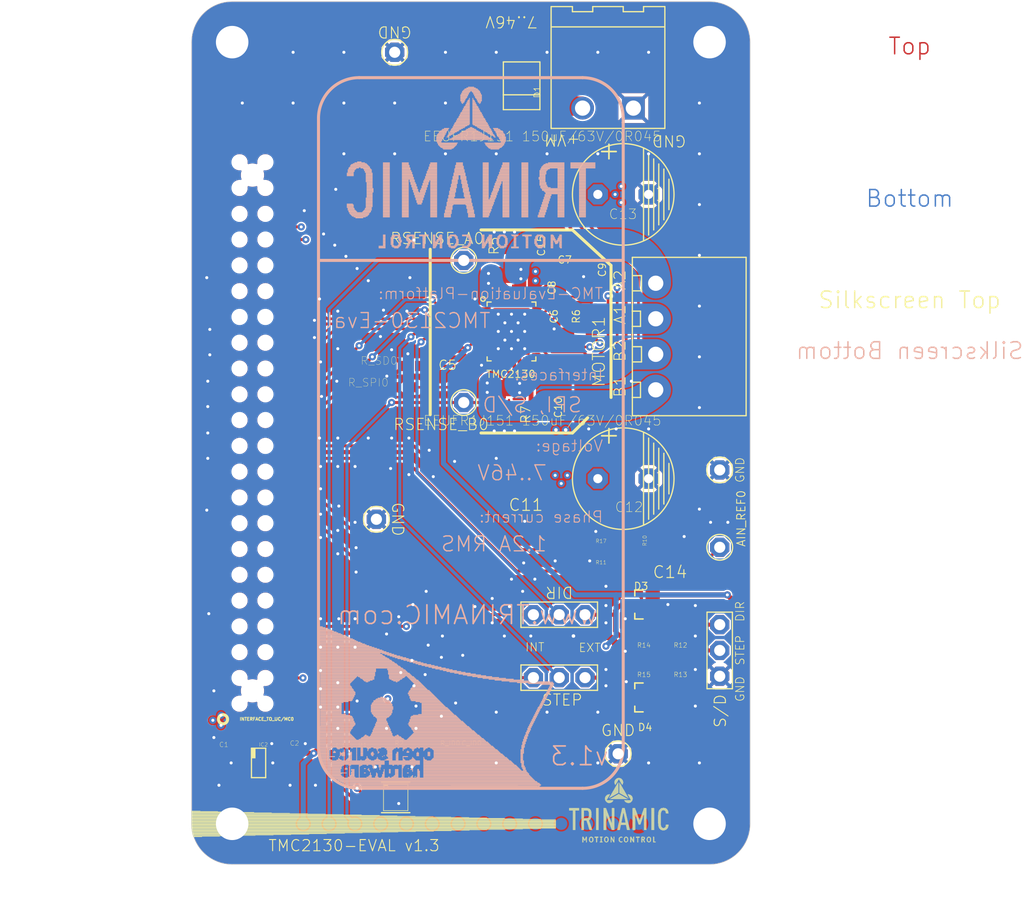
<source format=kicad_pcb>
(kicad_pcb (version 20221018) (generator pcbnew)
  (layers (0 "F.Cu" signal) (1 "In1.Cu" signal) (2 "In2.Cu" signal) (31 "B.Cu" signal) (34 "B.Paste" user) (35 "F.Paste" user) (36 "B.SilkS" user "B.Silkscreen") (37 "F.SilkS" user "F.Silkscreen") (38 "B.Mask" user) (39 "F.Mask" user) (44 "Edge.Cuts" user))
  (net 0 "")
  (net 1 "GND")
  (net 2 "VM")
  (net 3 "ID_CH1")
  (net 4 "SWN_DIAG0")
  (net 5 "SEP_DIAG1")
  (net 6 "AIN_REF_SW")
  (net 7 "SCK_CFG2")
  (net 8 "SDI_NAI_CFG1")
  (net 9 "DRV_ENN_CFG6")
  (net 10 "AIN_REF_PWM")
  (net 11 "CSN_CFG3")
  (net 12 "SDO_NAO_CFG0")
  (net 13 "CLK")
  (net 14 "ENCB_DCEN_CFG4")
  (net 15 "ENCA_DCIN_CFG5")
  (net 16 "ENCN_DCO")
  (net 17 "ID_CLK")
  (net 18 "N$1")
  (net 19 "N$2")
  (net 20 "+3V3")
  (net 21 "+5V_USB")
  (net 22 "M1B2")
  (net 23 "M1B1")
  (net 24 "M1A2")
  (net 25 "M1A")
  (net 26 "SENSEB")
  (net 27 "SENSEA")
  (net 28 "N$8")
  (net 29 "N$9")
  (net 30 "N$10")
  (net 31 "N$11")
  (net 32 "N$7")
  (net 33 "VCC_IO")
  (net 34 "[REFL]_STEP")
  (net 35 "[REFR]_DIR")
  (net 36 "INT_STEP")
  (net 37 "INT_DIR")
  (net 38 "EXT_STEP")
  (net 39 "EXT_DIR")
  (net 40 "EXT_DIR_CON")
  (net 41 "EXT_STEP_CON")
  (net 42 "N$14")
  (net 43 "AIN_REF")
  (net 44 "N$5")
  (net 45 "N$3")
  (footprint "working:1PIN_1ROW_THT" (layer "F.Cu") (at 141.0011 67.5036 180)
    (fp_text reference "PROBE_GND3" hide)
    (fp_text value "NOT ASSEMBLED" hide)
  )
  (footprint "working:QFN36" (layer "F.Cu") (at 152.5011 95.0036)
    (fp_text reference "TMC2130")
    (fp_text value "TMC2130_QFN36" hide)
  )
  (footprint "working:EXTRA_TERMINAL" (layer "F.Cu") (at 116.9691 147.5036)
    (fp_text reference "JMP2" hide)
    (fp_text value "JUMPER_2.54MM BLACK ON X1" hide)
  )
  (footprint "working:C0603" (layer "F.Cu") (at 157.6136 88.7036)
    (fp_text reference "C7")
    (fp_text value "C0603/100nF/50V")
  )
  (footprint "working:RCL_0603" (layer "F.Cu") (at 162.2011 118.6036)
    (fp_text reference "R11")
    (fp_text value "15k/0603/1%")
  )
  (footprint "working:1PIN_1ROW_THT" (layer "F.Cu") (at 147.8011 102.0036)
    (fp_text reference "RSENSE_B0")
    (fp_text value "NOT ASSEMBLED" hide)
  )
  (footprint "working:FEMALE_HEADER_SMD_254_44_PIN_SHORTPADS_HOLES" (layer "F.Cu") (at 127.0011 105.0036 90)
    (fp_text reference "INTERFACE_TO_UC/MC0")
    (fp_text value "" hide)
  )
  (footprint "working:C0603" (layer "F.Cu") (at 154.8011 86.9536 -90)
    (fp_text reference "C15")
    (fp_text value "C0603/100nF/50V")
  )
  (footprint "working:C0603" (layer "F.Cu") (at 146.2011 96.6036 180)
    (fp_text reference "C5")
    (fp_text value "C0603/100nF/50V")
  )
  (footprint "working:RCL_0603" (layer "F.Cu") (at 165.2011 117.6036 -90)
    (fp_text reference "R10")
    (fp_text value "10k/0603/1%")
  )
  (footprint "working:0603" (layer "F.Cu") (at 164.8011 127.9036 180)
    (fp_text reference "R15")
    (fp_text value "0603/1k/1%")
  )
  (footprint "working:3PIN_1ROW_2,54_THT" (layer "F.Cu") (at 157.2011 129.1036 180)
    (fp_text reference "X1" hide)
    (fp_text value "MALE HEADER 2.54" hide)
  )
  (footprint "working:EXTRA_TERMINAL" (layer "F.Cu") (at 119.0011 151.5036)
    (fp_text reference "TERM2" hide)
    (fp_text value "AKL182_04_POL_TERMINAL" hide)
  )
  (footprint "working:C_POL_RAD_THT_5X10X12.5" (layer "F.Cu") (at 163.5011 109.5036 180)
    (fp_text reference "C12")
    (fp_text value "EEUFR1J151 150uF/63V/0R045")
  )
  (footprint "working:RCL_0603" (layer "F.Cu") (at 123.7011 137.6036 -90)
    (fp_text reference "C1")
    (fp_text value "0603/4.7µF/10V" hide)
  )
  (footprint "working:RCL_0603" (layer "F.Cu") (at 130.7011 137.4036 -90)
    (fp_text reference "C2")
    (fp_text value "0603/4.7µF/10V" hide)
  )
  (footprint "working:AKL169_04_POL" (layer "F.Cu") (at 170.0011 95.5036 90)
    (fp_text reference "MOTOR1")
    (fp_text value "AKL182_04_POL_HEADER" hide)
  )
  (footprint "working:1PIN_1ROW_THT" (layer "F.Cu") (at 139.2011 113.5036)
    (fp_text reference "PROBE_GND0" hide)
    (fp_text value "NOT ASSEMBLED" hide)
  )
  (footprint "working:AKL349_02_POL" (layer "F.Cu") (at 162.0011 69.0036 180)
    (fp_text reference "PWR0" hide)
    (fp_text value "AKL_349_02_POL_HEADER" hide)
  )
  (footprint "working:SOT23-5" (layer "F.Cu") (at 127.6011 137.5036 -90)
    (fp_text reference "IC2")
    (fp_text value "LP2985AIM5-3.3" hide)
  )
  (footprint "working:SOT23" (layer "F.Cu") (at 165.3011 121.9036 90)
    (fp_text reference "D3")
    (fp_text value "BAT54S")
  )
  (footprint "working:EXTRA_TERMINAL" (layer "F.Cu") (at 117.9851 147.5036)
    (fp_text reference "JMP1" hide)
    (fp_text value "JUMPER_2.54MM BLACK ON X2" hide)
  )
  (footprint "working:C0603" (layer "F.Cu") (at 158.1761 90.7661)
    (fp_text reference "C8")
    (fp_text value "C0603/22nF/50V")
  )
  (footprint "working:SMB" (layer "F.Cu") (at 153.5011 70.8036 90)
    (fp_text reference "D1")
    (fp_text value "SMBJ43A")
  )
  (footprint "working:R0603" (layer "F.Cu") (at 141.1761 132.8786 180)
    (fp_text reference "R9" hide)
    (fp_text value "0603/0R")
  )
  (footprint "working:R1206" (layer "F.Cu") (at 151.8011 102.0036 90)
    (fp_text reference "R7")
    (fp_text value "R1206,0R22/0.5W")
  )
  (footprint "working:RCL_0603" (layer "F.Cu") (at 145.5011 137.4036 90)
    (fp_text reference "R_ID0")
    (fp_text value "R_ID/1%" hide)
  )
  (footprint "working:TMC_EVAL_RIGHT_BAR" (layer "F.Cu") (at 121.0011 147.5036)
    (fp_text reference "U$1" hide)
    (fp_text value "" hide)
  )
  (footprint "working:1PIN_1ROW_THT" (layer "F.Cu") (at 163.0011 136.6036)
    (fp_text reference "PROBE_GND2" hide)
    (fp_text value "NOT ASSEMBLED" hide)
  )
  (footprint "working:RCL_0603" (layer "F.Cu") (at 141.9011 100.5036)
    (fp_text reference "R_SPI0")
    (fp_text value "NOT_ASSEMBLED")
  )
  (footprint "working:RCL_0603" (layer "F.Cu") (at 142.7011 98.4036)
    (fp_text reference "R_SD0")
    (fp_text value "NOT_ASSEMBLED")
  )
  (footprint "working:0603" (layer "F.Cu") (at 168.4011 127.9036 180)
    (fp_text reference "R13")
    (fp_text value "0603/10k/1%")
  )
  (footprint "working:RCL_0603" (layer "F.Cu") (at 135.2011 137.6036 90)
    (fp_text reference "C3")
    (fp_text value "0603/10nF/10V" hide)
  )
  (footprint "working:RCL_0603" (layer "F.Cu") (at 162.2011 116.5036)
    (fp_text reference "R17")
    (fp_text value "4k7/0603/1%")
  )
  (footprint "working:3PIN_1ROW_2,54_THT" (layer "F.Cu") (at 173.0011 126.4236 -90)
    (fp_text reference "REF2" hide)
    (fp_text value "MALE HEADER 2.54" hide)
  )
  (footprint "working:0603" (layer "F.Cu") (at 164.8011 125.0036 180)
    (fp_text reference "R14")
    (fp_text value "0603/1k/1%")
  )
  (footprint "working:1PIN_1ROW_THT" (layer "F.Cu") (at 173.0011 108.6436 180)
    (fp_text reference "PROBE_GND1" hide)
    (fp_text value "NOT ASSEMBLED" hide)
  )
  (footprint "working:EXTRA_TERMINAL" (layer "F.Cu") (at 120.0011 149.5036)
    (fp_text reference "TERM1" hide)
    (fp_text value "AKL_330_2_POL_TERMINAL" hide)
  )
  (footprint "working:R1206" (layer "F.Cu") (at 151.8011 88.0036 -90)
    (fp_text reference "R5")
    (fp_text value "R1206,0R22/0.5W")
  )
  (footprint "working:RCL_0603" (layer "F.Cu") (at 147.6011 137.4036 90)
    (fp_text reference "C_ID0")
    (fp_text value "C_ID/10V/1%" hide)
  )
  (footprint "working:C_POL_RAD_THT_5X10X12.5" (layer "F.Cu") (at 163.5011 81.5036 180)
    (fp_text reference "C13")
    (fp_text value "EEUFR1J151 150uF/63V/0R045")
  )
  (footprint "working:C0603" (layer "F.Cu") (at 160.8011 89.8036 -90)
    (fp_text reference "C9")
    (fp_text value "C0603/470nF/16V")
  )
  (footprint "working:C0603" (layer "F.Cu") (at 155.4261 102.3911 90)
    (fp_text reference "C10")
    (fp_text value "C0603/100nF/50V")
  )
  (footprint "working:RCL_0603" (layer "F.Cu") (at 137.3011 137.6036 90)
    (fp_text reference "R1")
    (fp_text value "0603/10k/1%" hide)
  )
  (footprint "working:RCL_0603" (layer "F.Cu") (at 140.9011 137.4036 -90)
    (fp_text reference "R2")
    (fp_text value "10K" hide)
  )
  (footprint "working:1PIN_1ROW_THT" (layer "F.Cu") (at 173.0011 116.2636 90)
    (fp_text reference "AIN_REF0")
    (fp_text value "NOT ASSEMBLED" hide)
  )
  (footprint "working:SOT23" (layer "F.Cu") (at 165.3011 131.0536 90)
    (fp_text reference "D4")
    (fp_text value "BAT54S")
  )
  (footprint "working:R0603" (layer "F.Cu") (at 139.4261 132.8786 180)
    (fp_text reference "R8" hide)
    (fp_text value "NOT ASSEMBLED")
  )
  (footprint "working:0603" (layer "F.Cu") (at 168.4011 125.0036 180)
    (fp_text reference "R12")
    (fp_text value "0603/10k/1%")
  )
  (footprint "working:C0603" (layer "F.Cu") (at 158.1761 94.0161 -90)
    (fp_text reference "C6")
    (fp_text value "C0603/4µ7/16V")
  )
  (footprint "working:SN74LVC1G123DCTR" (layer "F.Cu") (at 141.1011 140.9036 -90)
    (fp_text reference "IC1")
    (fp_text value "SN74LVC1G123DCTR" hide)
  )
  (footprint "working:1PIN_1ROW_THT" (layer "F.Cu") (at 147.8011 88.0036)
    (fp_text reference "RSENSE_A0")
    (fp_text value "NOT ASSEMBLED" hide)
  )
  (footprint "working:3PIN_1ROW_2,54_THT" (layer "F.Cu") (at 157.2011 122.9036 180)
    (fp_text reference "X2" hide)
    (fp_text value "MALE HEADER 2.54" hide)
  )
  (footprint "working:R0603" (layer "F.Cu") (at 160.3636 94.0161 90)
    (fp_text reference "R6")
    (fp_text value "0603/2R2/1%")
  )
  (footprint "working:C1210" (layer "F.Cu") (at 153.7761 109.5036 180)
    (fp_text reference "C11")
    (fp_text value "1210/4.7uF/100V")
  )
  (footprint "working:C0805" (layer "F.Cu") (at 168.6011 116.7536 180)
    (fp_text reference "C14")
    (fp_text value "0805/4µ7/50V")
  )
  (footprint "working:PAD_R1.2" (layer "B.Cu") (at 165.0211 143.5036 180)
    (fp_text reference "TEST_POINT14" hide)
    (fp_text value "NOT ASSEMBLED" hide)
  )
  (footprint "working:PAD_R1.2" (layer "B.Cu") (at 144.7011 143.5036 180)
    (fp_text reference "TEST_POINT7" hide)
    (fp_text value "NOT ASSEMBLED" hide)
  )
  (footprint "working:PAD_R1.2" (layer "B.Cu") (at 137.0811 143.5036 180)
    (fp_text reference "TEST_POINT3" hide)
    (fp_text value "NOT ASSEMBLED" hide)
  )
  (footprint "working:PAD_R1.2" (layer "B.Cu") (at 142.1611 143.5036 180)
    (fp_text reference "TEST_POINT5" hide)
    (fp_text value "NOT ASSEMBLED" hide)
  )
  (footprint "working:PAD_R1.2" (layer "B.Cu") (at 134.5411 143.5036 180)
    (fp_text reference "TEST_POINT2" hide)
    (fp_text value "NOT ASSEMBLED" hide)
  )
  (footprint "working:TMC_EVAL_BACK_NO_DOCU" (layer "B.Cu") (at 176.0011 147.5036 180)
    (fp_text reference "U$3" hide)
    (fp_text value "" hide)
  )
  (footprint "working:PAD_R1.2" (layer "B.Cu") (at 132.0011 143.5036 180)
    (fp_text reference "TEST_POINT1" hide)
    (fp_text value "NOT ASSEMBLED" hide)
  )
  (footprint "working:PAD_R1.2" (layer "B.Cu") (at 147.2411 143.5036 180)
    (fp_text reference "TEST_POINT6" hide)
    (fp_text value "NOT ASSEMBLED" hide)
  )
  (footprint "working:PAD_R1.2" (layer "B.Cu") (at 157.4011 143.5036 180)
    (fp_text reference "TEST_POINT11" hide)
    (fp_text value "NOT ASSEMBLED" hide)
  )
  (footprint "working:PAD_R1.2" (layer "B.Cu") (at 152.3211 143.5036 180)
    (fp_text reference "TEST_POINT9" hide)
    (fp_text value "NOT ASSEMBLED" hide)
  )
  (footprint "working:PAD_R1.2" (layer "B.Cu") (at 154.8611 143.5036 180)
    (fp_text reference "TEST_POINT10" hide)
    (fp_text value "NOT ASSEMBLED" hide)
  )
  (footprint "working:PAD_R1.2" (layer "B.Cu") (at 139.6211 143.5036 180)
    (fp_text reference "TEST_POINT4" hide)
    (fp_text value "NOT ASSEMBLED" hide)
  )
  (footprint "working:PAD_R1.2" (layer "B.Cu") (at 149.7811 143.5036 180)
    (fp_text reference "TEST_POINT8" hide)
    (fp_text value "NOT ASSEMBLED" hide)
  )
  (footprint "working:PAD_R1.2" (layer "B.Cu") (at 159.9411 143.5036 180)
    (fp_text reference "TEST_POINT12" hide)
    (fp_text value "NOT ASSEMBLED" hide)
  )
  (footprint "working:PAD_R1.2" (layer "B.Cu") (at 162.4811 143.5036 180)
    (fp_text reference "TEST_POINT13" hide)
    (fp_text value "NOT ASSEMBLED" hide)
  )
  (gr_line (start 149.5011 85.0036) (end 158.5011 85.0036) (stroke (width 0.3)) (layer "F.SilkS"))
  (gr_line (start 158.5011 85.0036) (end 162.3011 88.5036) (stroke (width 0.3)) (layer "F.SilkS"))
  (gr_circle (center 124.1011 133.2036) (end 124.5511 133.2036) (stroke (width 0.3)) (fill none) (layer "F.SilkS"))
  (gr_line (start 158.5011 105.0036) (end 149.5011 105.0036) (stroke (width 0.3)) (layer "F.SilkS"))
  (gr_line (start 158.5011 105.0036) (end 160.0011 103.5036) (stroke (width 0.3)) (layer "F.SilkS"))
  (gr_line (start 162.3011 88.5036) (end 162.3011 101.5036) (stroke (width 0.3)) (layer "F.SilkS"))
  (gr_line (start 144.5011 103.2036) (end 144.5011 86.9036) (stroke (width 0.3)) (layer "F.SilkS"))
  (gr_arc (start 121.0011 66.5036) (mid 122.172673 63.675173) (end 125.0011 62.5036) (stroke (width 0.05)) (layer "Edge.Cuts"))
  (gr_arc (start 172.0011 62.5036) (mid 174.829527 63.675173) (end 176.0011 66.5036) (stroke (width 0.05)) (layer "Edge.Cuts"))
  (gr_line (start 121.0011 143.5036) (end 121.0011 66.5036) (stroke (width 0.05)) (layer "Edge.Cuts"))
  (gr_line (start 172.0011 147.5036) (end 125.0011 147.5036) (stroke (width 0.05)) (layer "Edge.Cuts"))
  (gr_line (start 176.0011 66.5036) (end 176.0011 143.5036) (stroke (width 0.05)) (layer "Edge.Cuts"))
  (gr_line (start 125.0011 62.5036) (end 172.0011 62.5036) (stroke (width 0.05)) (layer "Edge.Cuts"))
  (gr_arc (start 176.0011 143.5036) (mid 174.829527 146.332027) (end 172.0011 147.5036) (stroke (width 0.05)) (layer "Edge.Cuts"))
  (gr_arc (start 125.0011 147.5036) (mid 122.172673 146.332027) (end 121.0011 143.5036) (stroke (width 0.05)) (layer "Edge.Cuts"))
  (gr_text "Top" (at 191.7011 66.9036) (layer "F.Cu") (effects (font (size 1.63576 1.63576) (thickness 0.14224))))
  (gr_text "Bottom" (at 191.7011 81.9036) (layer "B.Cu") (effects (font (size 1.63576 1.63576) (thickness 0.14224))))
  (gr_text "7..46V" (at 156.0811 109.7986) (layer "B.SilkS") (effects (font (size 1.472 1.472) (thickness 0.128)) (justify left bottom mirror)))
  (gr_text "SPI, S/D" (at 159.5311 103.0986) (layer "B.SilkS") (effects (font (size 1.472 1.472) (thickness 0.128)) (justify left bottom mirror)))
  (gr_text "v1.3" (at 156.2011 135.7536) (layer "B.SilkS") (effects (font (size 1.84 1.84) (thickness 0.16)) (justify right top mirror)))
  (gr_text "TMC2130-Eval" (at 150.5311 94.7986) (layer "B.SilkS") (effects (font (size 1.472 1.472) (thickness 0.128)) (justify left bottom mirror)))
  (gr_text "Silkscreen Bottom" (at 191.7011 96.9036) (layer "B.SilkS") (effects (font (size 1.63576 1.63576) (thickness 0.14224)) (justify mirror)))
  (gr_text "1.2A RMS" (at 156.0811 116.7986) (layer "B.SilkS") (effects (font (size 1.472 1.472) (thickness 0.128)) (justify left bottom mirror)))
  (gr_text "Voltage:" (at 161.5811 106.9236) (layer "B.SilkS") (effects (font (size 1.104 1.104) (thickness 0.096)) (justify left bottom mirror)))
  (gr_text "Phase current:" (at 161.5811 113.9236) (layer "B.SilkS") (effects (font (size 1.104 1.104) (thickness 0.096)) (justify left bottom mirror)))
  (gr_text "Interfaces:" (at 161.5811 99.9236) (layer "B.SilkS") (effects (font (size 1.104 1.104) (thickness 0.096)) (justify left bottom mirror)))
  (gr_text "TMC-Evaluation-Platform:" (at 161.5811 91.9236) (layer "B.SilkS") (effects (font (size 1.104 1.104) (thickness 0.096)) (justify left bottom mirror)))
  (gr_text "TMC2130-EVAL v1.3" (at 128.5011 145.0036) (layer "F.SilkS") (effects (font (size 1.104 1.104) (thickness 0.096)) (justify left top)))
  (gr_text "GND" (at 175.0011 108.6436 90) (layer "F.SilkS") (effects (font (size 0.828 0.828) (thickness 0.072))))
  (gr_text "+VM" (at 157.5011 76.1536 180) (layer "F.SilkS") (effects (font (size 1.104 1.104) (thickness 0.096))))
  (gr_text "GND" (at 141.3011 113.5036 270) (layer "F.SilkS") (effects (font (size 1.104 1.104) (thickness 0.096))))
  (gr_text "B1" (at 163.1761 100.4286 90) (layer "F.SilkS") (effects (font (size 1.104 1.104) (thickness 0.096))))
  (gr_text "B2" (at 163.1761 96.9286 90) (layer "F.SilkS") (effects (font (size 1.104 1.104) (thickness 0.096))))
  (gr_text "DIR" (at 175.0011 122.5836 90) (layer "F.SilkS") (effects (font (size 0.828 0.828) (thickness 0.072))))
  (gr_text "7..46V" (at 152.5011 64.5036 180) (layer "F.SilkS") (effects (font (size 1.104 1.104) (thickness 0.096))))
  (gr_text "Silkscreen Top" (at 191.7011 91.9036) (layer "F.SilkS") (effects (font (size 1.63576 1.63576) (thickness 0.14224))))
  (gr_text "DIR" (at 157.2011 120.7036 180) (layer "F.SilkS") (effects (font (size 1.104 1.104) (thickness 0.096))))
  (gr_text "S/D" (at 173.7011 134.1036 90) (layer "F.SilkS") (effects (font (size 1.104 1.104) (thickness 0.096)) (justify left bottom)))
  (gr_text "A2" (at 163.1761 89.9286 90) (layer "F.SilkS") (effects (font (size 1.104 1.104) (thickness 0.096))))
  (gr_text "EXT" (at 160.2011 126.1536) (layer "F.SilkS") (effects (font (size 0.828 0.828) (thickness 0.072))))
  (gr_text "GND" (at 175.0011 130.2236 90) (layer "F.SilkS") (effects (font (size 0.828 0.828) (thickness 0.072))))
  (gr_text "GND" (at 141.0011 65.5036 180) (layer "F.SilkS") (effects (font (size 1.104 1.104) (thickness 0.096))))
  (gr_text "STEP" (at 175.0011 126.4036 90) (layer "F.SilkS") (effects (font (size 0.828 0.828) (thickness 0.072))))
  (gr_text "INT" (at 154.8011 126.1036) (layer "F.SilkS") (effects (font (size 0.828 0.828) (thickness 0.072))))
  (gr_text "A1" (at 163.1761 93.3286 90) (layer "F.SilkS") (effects (font (size 1.104 1.104) (thickness 0.096))))
  (gr_text "GND" (at 163.0011 134.3036) (layer "F.SilkS") (effects (font (size 1.104 1.104) (thickness 0.096))))
  (gr_text "GND" (at 168.0211 76.2336 180) (layer "F.SilkS") (effects (font (size 1.104 1.104) (thickness 0.096))))
  (gr_text "STEP" (at 157.5011 131.3036) (layer "F.SilkS") (effects (font (size 1.104 1.104) (thickness 0.096))))
  (segment (start 158.1761 94.7536) (end 158.1761 94.8661) (width 0.254) (layer "F.Cu") (net 1))
  (segment (start 154.9011 94.7536) (end 156.7011 94.7536) (width 0.254) (layer "F.Cu") (net 1))
  (segment (start 154.0011 94.7536) (end 153.8011 94.9536) (width 0.254) (layer "F.Cu") (net 1))
  (segment (start 153.8011 94.7536) (end 153.8011 94.9536) (width 0.254) (layer "F.Cu") (net 1))
  (segment (start 158.0636 94.7536) (end 158.1761 94.8661) (width 0.254) (layer "F.Cu") (net 1))
  (segment (start 156.7011 94.7536) (end 158.0636 94.7536) (width 0.254) (layer "F.Cu") (net 1))
  (via (at 135.1011 86.5036) (size 0.7064) (drill 0.3) (layers "F.Cu" "B.Cu") (net 1))
  (via (at 156.7011 94.7536) (size 0.7064) (drill 0.3) (layers "F.Cu" "B.Cu") (net 1))
  (via (at 156.0011 77.5036) (size 0.7064) (drill 0.3) (layers "F.Cu" "B.Cu") (net 1))
  (via (at 135.4011 96.7036) (size 0.7064) (drill 0.3) (layers "F.Cu" "B.Cu") (net 1))
  (via (at 144.8011 109.3036) (size 0.7064) (drill 0.3) (layers "F.Cu" "B.Cu") (net 1))
  (via (at 122.5011 89.7036) (size 0.7064) (drill 0.3) (layers "F.Cu" "B.Cu") (net 1))
  (via (at 133.1011 93.9036) (size 0.7064) (drill 0.3) (layers "F.Cu" "B.Cu") (net 1))
  (via (at 144.4011 106.7036) (size 0.7064) (drill 0.3) (layers "F.Cu" "B.Cu") (net 1))
  (via (at 166.0011 77.5036) (size 0.7064) (drill 0.3) (layers "F.Cu" "B.Cu") (net 1))
  (via (at 135.2011 81.0036) (size 0.7064) (drill 0.3) (layers "F.Cu" "B.Cu") (net 1))
  (via (at 145.7011 125.0036) (size 0.7064) (drill 0.3) (layers "F.Cu" "B.Cu") (net 1))
  (via (at 125.0011 66.5036) (size 6.35) (drill 3.2) (layers "F.Cu" "B.Cu") (net 1))
  (via (at 122.6011 107.5036) (size 0.7064) (drill 0.3) (layers "F.Cu" "B.Cu") (net 1))
  (via (at 151.2011 93.3036) (size 0.7064) (drill 0.3) (layers "F.Cu" "B.Cu") (net 1))
  (via (at 140.7011 96.8036) (size 0.7064) (drill 0.3) (layers "F.Cu" "B.Cu") (net 1))
  (via (at 153.8011 96.7036) (size 0.7064) (drill 0.3) (layers "F.Cu" "B.Cu") (net 1))
  (via (at 161.0011 67.5036) (size 0.7064) (drill 0.3) (layers "F.Cu" "B.Cu") (net 1))
  (via (at 166.0011 137.5036) (size 0.7064) (drill 0.3) (layers "F.Cu" "B.Cu") (net 1))
  (via (at 135.4011 93.0036) (size 0.7064) (drill 0.3) (layers "F.Cu" "B.Cu") (net 1))
  (via (at 151.2011 95.0036) (size 0.7064) (drill 0.3) (layers "F.Cu" "B.Cu") (net 1))
  (via (at 122.8011 94.8036) (size 0.7064) (drill 0.3) (layers "F.Cu" "B.Cu") (net 1))
  (via (at 156.0011 67.5036) (size 0.7064) (drill 0.3) (layers "F.Cu" "B.Cu") (net 1))
  (via (at 135.4011 134.1036) (size 0.7064) (drill 0.3) (layers "F.Cu" "B.Cu") (net 1))
  (via (at 158.6011 125.0036) (size 0.7564) (drill 0.35) (layers "F.Cu" "B.Cu") (net 1))
  (via (at 138.4011 105.5036) (size 0.7064) (drill 0.3) (layers "F.Cu" "B.Cu") (net 1))
  (via (at 142.8011 121.9036) (size 0.7064) (drill 0.3) (layers "F.Cu" "B.Cu") (net 1))
  (via (at 161.0011 132.5036) (size 0.7064) (drill 0.3) (layers "F.Cu" "B.Cu") (net 1))
  (via (at 141.4011 141.5036) (size 0.7064) (drill 0.3) (layers "F.Cu" "B.Cu") (net 1))
  (via (at 135.5011 112.2036) (size 0.7064) (drill 0.3) (layers "F.Cu" "B.Cu") (net 1))
  (via (at 129.0011 137.5036) (size 0.7064) (drill 0.3) (layers "F.Cu" "B.Cu") (net 1))
  (via (at 139.9011 92.9036) (size 0.7064) (drill 0.3) (layers "F.Cu" "B.Cu") (net 1))
  (via (at 135.4011 116.9036) (size 0.7064) (drill 0.3) (layers "F.Cu" "B.Cu") (net 1))
  (via (at 137.3011 131.4036) (size 0.7064) (drill 0.3) (layers "F.Cu" "B.Cu") (net 1))
  (via (at 136.0011 67.5036) (size 0.7064) (drill 0.3) (layers "F.Cu" "B.Cu") (net 1))
  (via (at 135.4011 114.6036) (size 0.7064) (drill 0.3) (layers "F.Cu" "B.Cu") (net 1))
  (via (at 133.7011 98.0036) (size 0.7064) (drill 0.3) (layers "F.Cu" "B.Cu") (net 1))
  (via (at 169.5011 115.2036) (size 0.7064) (drill 0.3) (layers "F.Cu" "B.Cu") (net 1))
  (via (at 126.0011 72.5036) (size 0.7064) (drill 0.3) (layers "F.Cu" "B.Cu") (net 1))
  (via (at 137.3011 88.8036) (size 0.7064) (drill 0.3) (layers "F.Cu" "B.Cu") (net 1))
  (via (at 151.0011 107.5036) (size 0.7064) (drill 0.3) (layers "F.Cu" "B.Cu") (net 1))
  (via (at 142.4011 105.5036) (size 0.7064) (drill 0.3) (layers "F.Cu" "B.Cu") (net 1))
  (via (at 171.0011 112.5036) (size 0.7064) (drill 0.3) (layers "F.Cu" "B.Cu") (net 1))
  (via (at 153.1511 94.1536) (size 0.7064) (drill 0.3) (layers "F.Cu" "B.Cu") (net 1))
  (via (at 123.2011 135.0036) (size 0.7064) (drill 0.3) (layers "F.Cu" "B.Cu") (net 1))
  (via (at 152.8011 85.2036) (size 0.7064) (drill 0.3) (layers "F.Cu" "B.Cu") (net 1))
  (via (at 171.0011 82.5036) (size 0.7064) (drill 0.3) (layers "F.Cu" "B.Cu") (net 1))
  (via (at 146.0011 67.5036) (size 0.7064) (drill 0.3) (layers "F.Cu" "B.Cu") (net 1))
  (via (at 139.6011 95.5036) (size 0.7064) (drill 0.3) (layers "F.Cu" "B.Cu") (net 1))
  (via (at 133.7011 108.3036) (size 0.7064) (drill 0.3) (layers "F.Cu" "B.Cu") (net 1))
  (via (at 122.7011 122.8036) (size 0.7064) (drill 0.3) (layers "F.Cu" "B.Cu") (net 1))
  (via (at 143.1011 134.1036) (size 0.7064) (drill 0.3) (layers "F.Cu" "B.Cu") (net 1))
  (via (at 137.1011 108.3036) (size 0.7064) (drill 0.3) (layers "F.Cu" "B.Cu") (net 1))
  (via (at 170.6011 122.0036) (size 0.7064) (drill 0.3) (layers "F.Cu" "B.Cu") (net 1))
  (via (at 133.6011 91.8036) (size 0.7064) (drill 0.3) (layers "F.Cu" "B.Cu") (net 1))
  (via (at 122.6011 102.4036) (size 0.7064) (drill 0.3) (layers "F.Cu" "B.Cu") (net 1))
  (via (at 153.8011 95.0036) (size 0.7064) (drill 0.3) (layers "F.Cu" "B.Cu") (net 1))
  (via (at 153.1511 95.8536) (size 0.7064) (drill 0.3) (layers "F.Cu" "B.Cu") (net 1))
  (via (at 151.8011 104.8036) (size 0.7064) (drill 0.3) (layers "F.Cu" "B.Cu") (net 1))
  (via (at 144.0011 128.8036) (size 0.7064) (drill 0.3) (layers "F.Cu" "B.Cu") (net 1))
  (via (at 133.7011 130.2036) (size 0.7064) (drill 0.3) (layers "F.Cu" "B.Cu") (net 1))
  (via (at 140.2011 124.8036) (size 0.7064) (drill 0.3) (layers "F.Cu" "B.Cu") (net 1))
  (via (at 150.8011 104.8036) (size 0.7064) (drill 0.3) (layers "F.Cu" "B.Cu") (net 1))
  (via (at 161.8011 129.9036) (size 0.7064) (drill 0.3) (layers "F.Cu" "B.Cu") (net 1))
  (via (at 152.5011 93.3036) (size 0.7064) (drill 0.3) (layers "F.Cu" "B.Cu") (net 1))
  (via (at 146.9011 107.8036) (size 0.7064) (drill 0.3) (layers "F.Cu" "B.Cu") (net 1))
  (via (at 137.2011 118.7036) (size 0.7064) (drill 0.3) (layers "F.Cu" "B.Cu") (net 1))
  (via (at 140.6011 108.5036) (size 0.7064) (drill 0.3) (layers "F.Cu" "B.Cu") (net 1))
  (via (at 161.0011 77.5036) (size 0.7064) (drill 0.3) (layers "F.Cu" "B.Cu") (net 1))
  (via (at 133.2011 139.7036) (size 0.7064) (drill 0.3) (layers "F.Cu" "B.Cu") (net 1))
  (via (at 156.0011 132.5036) (size 0.7064) (drill 0.3) (layers "F.Cu" "B.Cu") (net 1))
  (via (at 131.0011 67.5036) (size 0.7064) (drill 0.3) (layers "F.Cu" "B.Cu") (net 1))
  (via (at 146.0011 77.5036) (size 0.7064) (drill 0.3) (layers "F.Cu" "B.Cu") (net 1))
  (via (at 124.9011 137.5036) (size 0.7064) (drill 0.3) (layers "F.Cu" "B.Cu") (net 1))
  (via (at 151.0011 132.5036) (size 0.7064) (drill 0.3) (layers "F.Cu" "B.Cu") (net 1))
  (via (at 142.5011 89.7036) (size 0.7064) (drill 0.3) (layers "F.Cu" "B.Cu") (net 1))
  (via (at 144.3011 125.9036) (size 0.7064) (drill 0.3) (layers "F.Cu" "B.Cu") (net 1))
  (via (at 152.5011 96.7036) (size 0.7064) (drill 0.3) (layers "F.Cu" "B.Cu") (net 1))
  (via (at 163.7011 123.3036) (size 0.7064) (drill 0.3) (layers "F.Cu" "B.Cu") (net 1))
  (via (at 150.6011 123.7036) (size 0.7064) (drill 0.3) (layers "F.Cu" "B.Cu") (net 1))
  (via (at 133.7011 126.1036) (size 0.7064) (drill 0.3) (layers "F.Cu" "B.Cu") (net 1))
  (via (at 170.6011 128.3036) (size 0.7064) (drill 0.3) (layers "F.Cu" "B.Cu") (net 1))
  (via (at 150.6011 121.3036) (size 0.7064) (drill 0.3) (layers "F.Cu" "B.Cu") (net 1))
  (via (at 137.2011 116.3036) (size 0.7064) (drill 0.3) (layers "F.Cu" "B.Cu") (net 1))
  (via (at 161.8011 123.7036) (size 0.7064) (drill 0.3) (layers "F.Cu" "B.Cu") (net 1))
  (via (at 159.6011 89.6036) (size 0.7064) (drill 0.3) (layers "F.Cu" "B.Cu") (net 1))
  (via (at 142.2011 93.0036) (size 0.7064) (drill 0.3) (layers "F.Cu" "B.Cu") (net 1))
  (via (at 161.8011 120.1036) (size 0.7064) (drill 0.3) (layers "F.Cu" "B.Cu") (net 1))
  (via (at 142.7011 137.9036) (size 0.7064) (drill 0.3) (layers "F.Cu" "B.Cu") (net 1))
  (via (at 160.1011 104.6036) (size 0.7064) (drill 0.3) (layers "F.Cu" "B.Cu") (net 1))
  (via (at 172.0011 66.5036) (size 6.35) (drill 3.2) (layers "F.Cu" "B.Cu") (net 1))
  (via (at 152.3011 122.1036) (size 0.7064) (drill 0.3) (layers "F.Cu" "B.Cu") (net 1))
  (via (at 135.4011 129.6036) (size 0.7064) (drill 0.3) (layers "F.Cu" "B.Cu") (net 1))
  (via (at 142.3011 97.2036) (size 0.7064) (drill 0.3) (layers "F.Cu" "B.Cu") (net 1))
  (via (at 137.1011 126.1036) (size 0.7064) (drill 0.3) (layers "F.Cu" "B.Cu") (net 1))
  (via (at 141.0011 77.5036) (size 0.7064) (drill 0.3) (layers "F.Cu" "B.Cu") (net 1))
  (via (at 133.6011 105.5036) (size 0.7064) (drill 0.3) (layers "F.Cu" "B.Cu") (net 1))
  (via (at 142.7011 127.4036) (size 0.7064) (drill 0.3) (layers "F.Cu" "B.Cu") (net 1))
  (via (at 135.4011 126.1036) (size 0.7064) (drill 0.3) (layers "F.Cu" "B.Cu") (net 1))
  (via (at 135.3011 99.9036) (size 0.7064) (drill 0.3) (layers "F.Cu" "B.Cu") (net 1))
  (via (at 161.8011 128.3036) (size 0.7064) (drill 0.3) (layers "F.Cu" "B.Cu") (net 1))
  (via (at 128.9011 135.6036) (size 0.7064) (drill 0.3) (layers "F.Cu" "B.Cu") (net 1))
  (via (at 152.5011 95.0036) (size 0.7064) (drill 0.3) (layers "F.Cu" "B.Cu") (net 1))
  (via (at 153.8011 93.3036) (size 0.7064) (drill 0.3) (layers "F.Cu" "B.Cu") (net 1))
  (via (at 141.0011 72.5036) (size 0.7064) (drill 0.3) (layers "F.Cu" "B.Cu") (net 1))
  (via (at 173.8011 113.8036) (size 0.7064) (drill 0.3) (layers "F.Cu" "B.Cu") (net 1))
  (via (at 122.5011 112.6036) (size 0.7064) (drill 0.3) (layers "F.Cu" "B.Cu") (net 1))
  (via (at 148.9011 91.8036) (size 0.7064) (drill 0.3) (layers "F.Cu" "B.Cu") (net 1))
  (via (at 154.4011 125.0036) (size 0.7064) (drill 0.3) (layers "F.Cu" "B.Cu") (net 1))
  (via (at 141.4011 123.1036) (size 0.7064) (drill 0.3) (layers "F.Cu" "B.Cu") (net 1))
  (via (at 171.0011 87.5036) (size 0.7064) (drill 0.3) (layers "F.Cu" "B.Cu") (net 1))
  (via (at 132.2011 135.6036) (size 0.7064) (drill 0.3) (layers "F.Cu" "B.Cu") (net 1))
  (via (at 133.7011 123.3036) (size 0.7064) (drill 0.3) (layers "F.Cu" "B.Cu") (net 1))
  (via (at 131.0011 72.5036) (size 0.7064) (drill 0.3) (layers "F.Cu" "B.Cu") (net 1))
  (via (at 153.8011 113.7036) (size 0.7064) (drill 0.3) (layers "F.Cu" "B.Cu") (net 1))
  (via (at 146.0011 72.5036) (size 0.7064) (drill 0.3) (layers "F.Cu" "B.Cu") (net 1))
  (via (at 136.0011 72.5036) (size 0.7064) (drill 0.3) (layers "F.Cu" "B.Cu") (net 1))
  (via (at 151.8011 125.0036) (size 0.7064) (drill 0.3) (layers "F.Cu" "B.Cu") (net 1))
  (via (at 149.5511 98.3286) (size 0.7064) (drill 0.3) (layers "F.Cu" "B.Cu") (net 1))
  (via (at 142.9011 86.0036) (size 0.7064) (drill 0.3) (layers "F.Cu" "B.Cu") (net 1))
  (via (at 132.1011 83.1036) (size 0.7064) (drill 0.3) (layers "F.Cu" "B.Cu") (net 1))
  (via (at 133.1011 95.6036) (size 0.7064) (drill 0.3) (layers "F.Cu" "B.Cu") (net 1))
  (via (at 143.1011 131.9036) (size 0.7064) (drill 0.3) (layers "F.Cu" "B.Cu") (net 1))
  (via (at 142.4011 109.1036) (size 0.7064) (drill 0.3) (layers "F.Cu" "B.Cu") (net 1))
  (via (at 138.4011 90.0036) (size 0.7064) (drill 0.3) (layers "F.Cu" "B.Cu") (net 1))
  (via (at 171.0011 102.5036) (size 0.7064) (drill 0.3) (layers "F.Cu" "B.Cu") (net 1))
  (via (at 170.6011 125.0036) (size 0.7064) (drill 0.3) (layers "F.Cu" "B.Cu") (net 1))
  (via (at 144.1011 120.6036) (size 0.7064) (drill 0.3) (layers "F.Cu" "B.Cu") (net 1))
  (via (at 140.2011 134.1036) (size 0.7064) (drill 0.3) (layers "F.Cu" "B.Cu") (net 1))
  (via (at 160.2011 117.6036) (size 0.7064) (drill 0.3) (layers "F.Cu" "B.Cu") (net 1))
  (via (at 147.0011 131.6036) (size 0.7064) (drill 0.3) (layers "F.Cu" "B.Cu") (net 1))
  (via (at 145.6011 132.9036) (size 0.7064) (drill 0.3) (layers "F.Cu" "B.Cu") (net 1))
  (via (at 142.9011 129.9036) (size 0.7064) (drill 0.3) (layers "F.Cu" "B.Cu") (net 1))
  (via (at 133.8011 101.4036) (size 0.7064) (drill 0.3) (layers "F.Cu" "B.Cu") (net 1))
  (via (at 151.8511 94.1536) (size 0.7064) (drill 0.3) (layers "F.Cu" "B.Cu") (net 1))
  (via (at 133.7011 110.5036) (size 0.7064) (drill 0.3) (layers "F.Cu" "B.Cu") (net 1))
  (via (at 171.0011 72.5036) (size 0.7064) (drill 0.3) (layers "F.Cu" "B.Cu") (net 1))
  (via (at 148.9011 122.1036) (size 0.7064) (drill 0.3) (layers "F.Cu" "B.Cu") (net 1))
  (via (at 152.5011 119.4036) (size 0.7064) (drill 0.3) (layers "F.Cu" "B.Cu") (net 1))
  (via (at 141.6011 128.6036) (size 0.7064) (drill 0.3) (layers "F.Cu" "B.Cu") (net 1))
  (via (at 154.8011 119.4036) (size 0.7064) (drill 0.3) (layers "F.Cu" "B.Cu") (net 1))
  (via (at 133.7011 115.3036) (size 0.7064) (drill 0.3) (layers "F.Cu" "B.Cu") (net 1))
  (via (at 135.4011 132.0036) (size 0.7064) (drill 0.3) (layers "F.Cu" "B.Cu") (net 1))
  (via (at 161.0011 137.5036) (size 0.7064) (drill 0.3) (layers "F.Cu" "B.Cu") (net 1))
  (via (at 145.6011 127.1036) (size 0.7064) (drill 0.3) (layers "F.Cu" "B.Cu") (net 1))
  (via (at 172.1011 113.8036) (size 0.7064) (drill 0.3) (layers "F.Cu" "B.Cu") (net 1))
  (via (at 135.4011 105.5036) (size 0.7064) (drill 0.3) (layers "F.Cu" "B.Cu") (net 1))
  (via (at 171.0011 137.5036) (size 0.7064) (drill 0.3) (layers "F.Cu" "B.Cu") (net 1))
  (via (at 133.7011 128.4036) (size 0.7064) (drill 0.3) (layers "F.Cu" "B.Cu") (net 1))
  (via (at 171.0011 77.5036) (size 0.7064) (drill 0.3) (layers "F.Cu" "B.Cu") (net 1))
  (via (at 160.8011 114.7036) (size 0.7064) (drill 0.3) (layers "F.Cu" "B.Cu") (net 1))
  (via (at 137.1011 113.8036) (size 0.7064) (drill 0.3) (layers "F.Cu" "B.Cu") (net 1))
  (via (at 134.0011 85.4036) (size 0.7064) (drill 0.3) (layers "F.Cu" "B.Cu") (net 1))
  (via (at 122.8011 97.3036) (size 0.7064) (drill 0.3) (layers "F.Cu" "B.Cu") (net 1))
  (via (at 122.6011 105.0036) (size 0.7064) (drill 0.3) (layers "F.Cu" "B.Cu") (net 1))
  (via (at 147.7011 126.9036) (size 0.7064) (drill 0.3) (layers "F.Cu" "B.Cu") (net 1))
  (via (at 123.7011 139.7036) (size 0.7064) (drill 0.3) (layers "F.Cu" "B.Cu") (net 1))
  (via (at 151.0011 67.5036) (size 0.7064) (drill 0.3) (layers "F.Cu" "B.Cu") (net 1))
  (via (at 161.8011 122.0036) (size 0.7064) (drill 0.3) (layers "F.Cu" "B.Cu") (net 1))
  (via (at 163.7011 126.5036) (size 0.7064) (drill 0.3) (layers "F.Cu" "B.Cu") (net 1))
  (via (at 152.8011 104.8036) (size 0.7064) (drill 0.3) (layers "F.Cu" "B.Cu") (net 1))
  (via (at 139.1011 137.9036) (size 0.7064) (drill 0.3) (layers "F.Cu" "B.Cu") (net 1))
  (via (at 151.0011 137.5036) (size 0.7064) (drill 0.3) (layers "F.Cu" "B.Cu") (net 1))
  (via (at 156.8011 117.6036) (size 0.7064) (drill 0.3) (layers "F.Cu" "B.Cu") (net 1))
  (via (at 122.6011 99.9036) (size 0.7064) (drill 0.3) (layers "F.Cu" "B.Cu") (net 1))
  (via (at 133.7011 113.0036) (size 0.7064) (drill 0.3) (layers "F.Cu" "B.Cu") (net 1))
  (via (at 164.3011 99.9036) (size 0.7064) (drill 0.3) (layers "F.Cu" "B.Cu") (net 1))
  (via (at 130.7011 139.7036) (size 0.7064) (drill 0.3) (layers "F.Cu" "B.Cu") (net 1))
  (via (at 135.4011 108.3036) (size 0.7064) (drill 0.3) (layers "F.Cu" "B.Cu") (net 1))
  (via (at 167.9011 121.9036) (size 0.7064) (drill 0.3) (layers "F.Cu" "B.Cu") (net 1))
  (via (at 125.0011 143.5036) (size 6.35) (drill 3.2) (layers "F.Cu" "B.Cu") (net 1))
  (via (at 133.7011 132.0036) (size 0.7064) (drill 0.3) (layers "F.Cu" "B.Cu") (net 1))
  (via (at 171.0011 92.5036) (size 0.7064) (drill 0.3) (layers "F.Cu" "B.Cu") (net 1))
  (via (at 140.7011 105.5036) (size 0.7064) (drill 0.3) (layers "F.Cu" "B.Cu") (net 1))
  (via (at 166.0011 67.5036) (size 0.7064) (drill 0.3) (layers "F.Cu" "B.Cu") (net 1))
  (via (at 137.1011 123.3036) (size 0.7064) (drill 0.3) (layers "F.Cu" "B.Cu") (net 1))
  (via (at 151.0011 77.5036) (size 0.7064) (drill 0.3) (layers "F.Cu" "B.Cu") (net 1))
  (via (at 151.8511 95.8536) (size 0.7064) (drill 0.3) (layers "F.Cu" "B.Cu") (net 1))
  (via (at 136.0011 77.5036) (size 0.7064) (drill 0.3) (layers "F.Cu" "B.Cu") (net 1))
  (via (at 172.0011 143.5036) (size 6.35) (drill 3.2) (layers "F.Cu" "B.Cu") (net 1))
  (via (at 151.8011 85.2036) (size 0.7064) (drill 0.3) (layers "F.Cu" "B.Cu") (net 1))
  (via (at 123.2011 130.4036) (size 0.7064) (drill 0.3) (layers "F.Cu" "B.Cu") (net 1))
  (via (at 166.0011 104.6036) (size 0.7064) (drill 0.3) (layers "F.Cu" "B.Cu") (net 1))
  (via (at 163.8011 129.5036) (size 0.7064) (drill 0.3) (layers "F.Cu" "B.Cu") (net 1))
  (via (at 153.7011 117.8036) (size 0.7064) (drill 0.3) (layers "F.Cu" "B.Cu") (net 1))
  (via (at 150.8011 85.2036) (size 0.7064) (drill 0.3) (layers "F.Cu" "B.Cu") (net 1))
  (via (at 136.2011 87.6036) (size 0.7064) (drill 0.3) (layers "F.Cu" "B.Cu") (net 1))
  (via (at 135.5011 123.3036) (size 0.7064) (drill 0.3) (layers "F.Cu" "B.Cu") (net 1))
  (via (at 162.8011 104.6036) (size 0.7064) (drill 0.3) (layers "F.Cu" "B.Cu") (net 1))
  (via (at 151.2011 96.7036) (size 0.7064) (drill 0.3) (layers "F.Cu" "B.Cu") (net 1))
  (via (at 140.2261 99.4036) (size 0.7064) (drill 0.3) (layers "F.Cu" "B.Cu") (net 1))
  (via (at 153.6011 120.6036) (size 0.7064) (drill 0.3) (layers "F.Cu" "B.Cu") (net 1))
  (via (at 171.0011 97.5036) (size 0.7064) (drill 0.3) (layers "F.Cu" "B.Cu") (net 1))
  (via (at 170.6011 131.9036) (size 0.7064) (drill 0.3) (layers "F.Cu" "B.Cu") (net 1))
  (segment (start 154.0511 94.7536) (end 156.7011 94.7536) (width 0.5) (layer "B.Cu") (net 1))
  (segment (start 153.8011 95.0036) (end 154.0511 94.7536) (width 0.5) (layer "B.Cu") (net 1))
  (segment (start 156.8011 109.5036) (end 156.8011 109.1786) (width 0.3) (layer "F.Cu") (net 2))
  (segment (start 159.5011 73.0036) (end 159.3011 72.8036) (width 1.9) (layer "F.Cu") (net 2))
  (segment (start 123.8911 132.7936) (end 123.8911 133.7936) (width 1) (layer "F.Cu") (net 2))
  (segment (start 155.1761 109.5036) (end 156.1761 109.5036) (width 0.3) (layer "F.Cu") (net 2))
  (segment (start 123.8911 133.7936) (end 123.9011 133.8036) (width 1) (layer "F.Cu") (net 2))
  (segment (start 159.3011 72.8036) (end 153.5011 72.8036) (width 1.9) (layer "F.Cu") (net 2))
  (segment (start 156.1761 109.5036) (end 156.8011 109.5036) (width 0.3) (layer "F.Cu") (net 2))
  (segment (start 123.8911 131.6736) (end 123.8911 132.7936) (width 1) (layer "F.Cu") (net 2))
  (segment (start 161.0011 81.5036) (end 162.7011 81.5036) (width 3) (layer "F.Cu") (net 2))
  (segment (start 123.8911 132.7936) (end 123.9011 132.8036) (width 1) (layer "F.Cu") (net 2))
  (segment (start 161.0011 109.5036) (end 156.1761 109.5036) (width 2.75) (layer "F.Cu") (net 2))
  (segment (start 123.9011 133.3036) (end 123.9011 132.8036) (width 1) (layer "F.Cu") (net 2))
  (segment (start 123.1011 133.3036) (end 123.9011 133.3036) (width 1) (layer "F.Cu") (net 2))
  (via (at 154.8636 89.0911) (size 0.7064) (drill 0.3) (layers "F.Cu" "B.Cu") (net 2))
  (via (at 123.9011 133.8036) (size 0.7064) (drill 0.3) (layers "F.Cu" "B.Cu") (net 2))
  (via (at 154.8636 90.0161) (size 0.7064) (drill 0.3) (layers "F.Cu" "B.Cu") (net 2))
  (via (at 162.7011 81.5036) (size 0.7064) (drill 0.3) (layers "F.Cu" "B.Cu") (net 2))
  (via (at 163.3011 80.7036) (size 0.7064) (drill 0.3) (layers "F.Cu" "B.Cu") (net 2))
  (via (at 123.1011 133.3036) (size 0.7064) (drill 0.3) (layers "F.Cu" "B.Cu") (net 2))
  (via (at 156.8011 109.1786) (size 0.7064) (drill 0.3) (layers "F.Cu" "B.Cu") (net 2))
  (via (at 158.0011 109.1786) (size 0.7064) (drill 0.3) (layers "F.Cu" "B.Cu") (net 2))
  (via (at 156.8761 104.7036) (size 0.7564) (drill 0.35) (layers "F.Cu" "B.Cu") (net 2))
  (via (at 157.4011 109.9786) (size 0.7064) (drill 0.3) (layers "F.Cu" "B.Cu") (net 2))
  (via (at 123.9011 132.8036) (size 0.7064) (drill 0.3) (layers "F.Cu" "B.Cu") (net 2))
  (via (at 163.3011 82.3036) (size 0.7064) (drill 0.3) (layers "F.Cu" "B.Cu") (net 2))
  (via (at 157.8386 104.7036) (size 0.7564) (drill 0.35) (layers "F.Cu" "B.Cu") (net 2))
  (segment (start 142.9011 141.8786) (end 147.1261 141.8786) (width 0.3) (layer "F.Cu") (net 3))
  (segment (start 147.1261 141.8786) (end 149.4011 139.6036) (width 0.3) (layer "F.Cu") (net 3))
  (segment (start 149.4011 139.6036) (end 149.4011 135.3036) (width 0.3) (layer "F.Cu") (net 3))
  (segment (start 139.4011 125.3036) (end 124.4011 125.3036) (width 0.3) (layer "F.Cu") (net 3))
  (segment (start 124.4011 125.3036) (end 123.8911 124.7936) (width 0.3) (layer "F.Cu") (net 3))
  (segment (start 149.4011 135.3036) (end 139.4011 125.3036) (width 0.3) (layer "F.Cu") (net 3))
  (segment (start 123.8911 124.7936) (end 123.8911 124.0536) (width 0.3) (layer "F.Cu") (net 3))
  (segment (start 124.4011 84.7036) (end 123.9011 85.2036) (width 0.3) (layer "F.Cu") (net 4))
  (segment (start 162.9011 96.4286) (end 162.9011 90.7036) (width 0.254) (layer "F.Cu") (net 4))
  (segment (start 123.9011 85.9436) (end 123.8911 85.9536) (width 0.3) (layer "F.Cu") (net 4))
  (segment (start 123.9011 85.2036) (end 123.9011 85.9436) (width 0.3) (layer "F.Cu") (net 4))
  (segment (start 159.3011 97.5286) (end 159.6011 97.8286) (width 0.254) (layer "F.Cu") (net 4))
  (segment (start 154.9011 96.7536) (end 155.4761 96.7536) (width 0.254) (layer "F.Cu") (net 4))
  (segment (start 159.6011 97.8286) (end 161.5011 97.8286) (width 0.254) (layer "F.Cu") (net 4))
  (segment (start 131.8011 84.7036) (end 124.4011 84.7036) (width 0.3) (layer "F.Cu") (net 4))
  (segment (start 155.4761 96.7536) (end 156.2511 97.5286) (width 0.254) (layer "F.Cu") (net 4))
  (segment (start 161.5011 97.8286) (end 162.9011 96.4286) (width 0.254) (layer "F.Cu") (net 4))
  (segment (start 156.2511 97.5286) (end 159.3011 97.5286) (width 0.254) (layer "F.Cu") (net 4))
  (segment (start 123.8911 85.9536) (end 123.8911 86.1436) (width 0.3) (layer "F.Cu") (net 4))
  (via (at 131.8011 84.7036) (size 0.7064) (drill 0.3) (layers "F.Cu" "B.Cu") (net 4))
  (via (at 162.9011 90.7036) (size 0.7064) (drill 0.3) (layers "F.Cu" "B.Cu") (net 4))
  (segment (start 130.1111 85.9536) (end 132.2511 85.9536) (width 0.3) (layer "F.Cu") (net 5))
  (segment (start 155.7261 96.2536) (end 156.5011 97.0286) (width 0.254) (layer "F.Cu") (net 5))
  (segment (start 154.9011 96.2536) (end 155.7261 96.2536) (width 0.254) (layer "F.Cu") (net 5))
  (segment (start 159.9011 97.3286) (end 161.1011 97.3286) (width 0.254) (layer "F.Cu") (net 5))
  (segment (start 161.1011 97.3286) (end 162.0011 96.4286) (width 0.254) (layer "F.Cu") (net 5))
  (segment (start 156.5011 97.0286) (end 159.6011 97.0286) (width 0.254) (layer "F.Cu") (net 5))
  (segment (start 162.0011 96.4286) (end 162.0011 91.5036) (width 0.254) (layer "F.Cu") (net 5))
  (segment (start 159.6011 97.0286) (end 159.9011 97.3286) (width 0.254) (layer "F.Cu") (net 5))
  (via (at 132.2511 85.9536) (size 0.7064) (drill 0.3) (layers "F.Cu" "B.Cu") (net 5))
  (via (at 162.0011 91.5036) (size 0.7064) (drill 0.3) (layers "F.Cu" "B.Cu") (net 5))
  (segment (start 123.8911 106.8936) (end 124.5011 107.5036) (width 0.3) (layer "F.Cu") (net 6))
  (segment (start 141.9011 107.5036) (end 124.5011 107.5036) (width 0.3) (layer "F.Cu") (net 6))
  (segment (start 153.0011 118.6036) (end 141.9011 107.5036) (width 0.3) (layer "F.Cu") (net 6))
  (segment (start 123.8911 106.2736) (end 123.8911 106.8936) (width 0.3) (layer "F.Cu") (net 6))
  (segment (start 161.3511 118.6036) (end 153.0011 118.6036) (width 0.3) (layer "F.Cu") (net 6))
  (segment (start 122.9011 92.5036) (end 122.0011 93.4036) (width 0.254) (layer "F.Cu") (net 7))
  (segment (start 134.3511 93.7536) (end 133.1011 92.5036) (width 0.254) (layer "F.Cu") (net 7))
  (segment (start 150.1011 93.7536) (end 134.3511 93.7536) (width 0.254) (layer "F.Cu") (net 7))
  (segment (start 122.0011 93.4036) (end 122.0011 98.0036) (width 0.254) (layer "F.Cu") (net 7))
  (segment (start 122.0011 98.0036) (end 122.7011 98.7036) (width 0.254) (layer "F.Cu") (net 7))
  (segment (start 133.1011 92.5036) (end 122.9011 92.5036) (width 0.254) (layer "F.Cu") (net 7))
  (segment (start 122.7011 98.7036) (end 123.8411 98.7036) (width 0.254) (layer "F.Cu") (net 7))
  (segment (start 123.8411 98.7036) (end 123.8911 98.6536) (width 0.254) (layer "F.Cu") (net 7))
  (segment (start 123.8911 96.1136) (end 123.8911 95.6136) (width 0.254) (layer "F.Cu") (net 8))
  (segment (start 134.3011 94.2536) (end 133.7511 94.8036) (width 0.254) (layer "F.Cu") (net 8))
  (segment (start 123.8911 95.6136) (end 124.7011 94.8036) (width 0.254) (layer "F.Cu") (net 8))
  (segment (start 150.1011 94.2536) (end 134.3011 94.2536) (width 0.254) (layer "F.Cu") (net 8))
  (segment (start 133.7511 94.8036) (end 124.7011 94.8036) (width 0.254) (layer "F.Cu") (net 8))
  (segment (start 156.7511 96.5286) (end 160.2011 96.5286) (width 0.254) (layer "F.Cu") (net 9))
  (segment (start 155.9761 95.7536) (end 156.7511 96.5286) (width 0.254) (layer "F.Cu") (net 9))
  (segment (start 130.1111 124.0536) (end 142.1511 124.0536) (width 0.3) (layer "F.Cu") (net 9))
  (segment (start 154.9011 95.7536) (end 155.9761 95.7536) (width 0.254) (layer "F.Cu") (net 9))
  (via (at 142.1511 124.0536) (size 0.7064) (drill 0.3) (layers "F.Cu" "B.Cu") (net 9))
  (via (at 160.2011 96.5286) (size 0.7064) (drill 0.3) (layers "F.Cu" "B.Cu") (net 9))
  (segment (start 142.8711 106.2736) (end 153.1011 116.5036) (width 0.3) (layer "F.Cu") (net 10))
  (segment (start 130.1111 106.2736) (end 142.8711 106.2736) (width 0.3) (layer "F.Cu") (net 10))
  (segment (start 153.1011 116.5036) (end 161.3511 116.5036) (width 0.3) (layer "F.Cu") (net 10))
  (segment (start 138.8011 97.5036) (end 132.5711 103.7336) (width 0.3) (layer "F.Cu") (net 11))
  (segment (start 143.9511 92.8786) (end 144.7761 92.8786) (width 0.254) (layer "F.Cu") (net 11))
  (segment (start 144.7761 92.8786) (end 145.1511 93.2536) (width 0.254) (layer "F.Cu") (net 11))
  (segment (start 145.1511 93.2536) (end 150.1011 93.2536) (width 0.254) (layer "F.Cu") (net 11))
  (segment (start 132.5711 103.7336) (end 130.1111 103.7336) (width 0.3) (layer "F.Cu") (net 11))
  (via (at 138.8011 97.5036) (size 0.7064) (drill 0.3) (layers "F.Cu" "B.Cu") (net 11))
  (via (at 143.9511 92.8786) (size 0.7064) (drill 0.3) (layers "F.Cu" "B.Cu") (net 11))
  (segment (start 143.5261 92.8786) (end 143.9511 92.8786) (width 0.254) (layer "B.Cu") (net 11))
  (segment (start 143.4261 92.8786) (end 143.9511 92.8786) (width 0.3) (layer "B.Cu") (net 11))
  (segment (start 138.8011 97.5036) (end 143.4261 92.8786) (width 0.3) (layer "B.Cu") (net 11))
  (segment (start 135.1511 94.7536) (end 131.2511 98.6536) (width 0.254) (layer "F.Cu") (net 12))
  (segment (start 150.1011 94.7536) (end 135.1511 94.7536) (width 0.254) (layer "F.Cu") (net 12))
  (segment (start 130.1111 98.6536) (end 131.2511 98.6536) (width 0.254) (layer "F.Cu") (net 12))
  (segment (start 145.5761 92.7536) (end 144.7011 91.8786) (width 0.254) (layer "F.Cu") (net 13))
  (segment (start 150.1011 92.7536) (end 145.5761 92.7536) (width 0.254) (layer "F.Cu") (net 13))
  (segment (start 123.8911 102.8636) (end 124.2511 102.5036) (width 0.3) (layer "F.Cu") (net 13))
  (segment (start 123.8911 103.7336) (end 123.8911 102.8636) (width 0.3) (layer "F.Cu") (net 13))
  (segment (start 137.5011 96.4036) (end 131.4011 102.5036) (width 0.3) (layer "F.Cu") (net 13))
  (segment (start 131.4011 102.5036) (end 124.2511 102.5036) (width 0.3) (layer "F.Cu") (net 13))
  (via (at 137.5011 96.4036) (size 0.7064) (drill 0.3) (layers "F.Cu" "B.Cu") (net 13))
  (via (at 144.7011 91.8786) (size 0.7064) (drill 0.3) (layers "F.Cu" "B.Cu") (net 13))
  (segment (start 142.0261 91.8786) (end 144.7011 91.8786) (width 0.3) (layer "B.Cu") (net 13))
  (segment (start 142.0261 91.8786) (end 137.5011 96.4036) (width 0.3) (layer "B.Cu") (net 13))
  (segment (start 139.6011 83.0036) (end 140.4011 83.0036) (width 0.254) (layer "F.Cu") (net 14))
  (segment (start 123.9011 88.5036) (end 123.8911 88.4936) (width 0.254) (layer "F.Cu") (net 14))
  (segment (start 158.7511 98.5286) (end 159.0511 98.8286) (width 0.254) (layer "F.Cu") (net 14))
  (segment (start 157.6011 83.0036) (end 140.4011 83.0036) (width 0.254) (layer "F.Cu") (net 14))
  (segment (start 164.4011 89.8036) (end 157.6011 83.0036) (width 0.254) (layer "F.Cu") (net 14))
  (segment (start 154.5011 98.5286) (end 158.7511 98.5286) (width 0.254) (layer "F.Cu") (net 14))
  (segment (start 132.9011 89.7036) (end 124.2011 89.7036) (width 0.254) (layer "F.Cu") (net 14))
  (segment (start 159.0511 98.8286) (end 162.0761 98.8286) (width 0.254) (layer "F.Cu") (net 14))
  (segment (start 154.2511 97.9036) (end 154.2511 98.2786) (width 0.254) (layer "F.Cu") (net 14))
  (segment (start 139.6011 83.0036) (end 132.9011 89.7036) (width 0.254) (layer "F.Cu") (net 14))
  (segment (start 124.2011 89.7036) (end 123.9011 89.4036) (width 0.254) (layer "F.Cu") (net 14))
  (segment (start 162.0761 98.8286) (end 164.4011 96.5036) (width 0.254) (layer "F.Cu") (net 14))
  (segment (start 164.4011 96.5036) (end 164.4011 89.8036) (width 0.254) (layer "F.Cu") (net 14))
  (segment (start 123.8811 88.5036) (end 123.8911 88.4936) (width 0.254) (layer "F.Cu") (net 14))
  (segment (start 123.9011 89.4036) (end 123.9011 88.5036) (width 0.254) (layer "F.Cu") (net 14))
  (segment (start 154.2511 98.2786) (end 154.5011 98.5286) (width 0.254) (layer "F.Cu") (net 14))
  (segment (start 156.0011 98.0286) (end 159.0011 98.0286) (width 0.254) (layer "F.Cu") (net 15))
  (segment (start 154.9011 97.2536) (end 155.2261 97.2536) (width 0.254) (layer "F.Cu") (net 15))
  (segment (start 159.3011 98.3286) (end 161.8011 98.3286) (width 0.254) (layer "F.Cu") (net 15))
  (segment (start 163.8011 90.3036) (end 157.7011 84.2036) (width 0.254) (layer "F.Cu") (net 15))
  (segment (start 157.7011 84.2036) (end 140.7011 84.2036) (width 0.254) (layer "F.Cu") (net 15))
  (segment (start 140.7011 84.2036) (end 133.8711 91.0336) (width 0.254) (layer "F.Cu") (net 15))
  (segment (start 161.8011 98.3286) (end 163.8011 96.3286) (width 0.254) (layer "F.Cu") (net 15))
  (segment (start 159.0011 98.0286) (end 159.3011 98.3286) (width 0.254) (layer "F.Cu") (net 15))
  (segment (start 155.2261 97.2536) (end 156.0011 98.0286) (width 0.254) (layer "F.Cu") (net 15))
  (segment (start 163.8011 96.3286) (end 163.8011 90.3036) (width 0.254) (layer "F.Cu") (net 15))
  (segment (start 133.8711 91.0336) (end 130.1111 91.0336) (width 0.254) (layer "F.Cu") (net 15))
  (segment (start 158.7511 99.3286) (end 162.2761 99.3286) (width 0.254) (layer "F.Cu") (net 16))
  (segment (start 153.7511 98.4786) (end 154.3011 99.0286) (width 0.254) (layer "F.Cu") (net 16))
  (segment (start 157.1011 81.5036) (end 139.0011 81.5036) (width 0.254) (layer "F.Cu") (net 16))
  (segment (start 132.0111 88.4936) (end 130.1111 88.4936) (width 0.254) (layer "F.Cu") (net 16))
  (segment (start 165.0011 89.4036) (end 157.1011 81.5036) (width 0.254) (layer "F.Cu") (net 16))
  (segment (start 154.3011 99.0286) (end 158.4511 99.0286) (width 0.254) (layer "F.Cu") (net 16))
  (segment (start 162.2761 99.3286) (end 165.0011 96.6036) (width 0.254) (layer "F.Cu") (net 16))
  (segment (start 139.0011 81.5036) (end 132.0111 88.4936) (width 0.254) (layer "F.Cu") (net 16))
  (segment (start 158.4511 99.0286) (end 158.7511 99.3286) (width 0.254) (layer "F.Cu") (net 16))
  (segment (start 165.0011 96.6036) (end 165.0011 89.4036) (width 0.254) (layer "F.Cu") (net 16))
  (segment (start 153.7511 97.9036) (end 153.7511 98.4786) (width 0.254) (layer "F.Cu") (net 16))
  (segment (start 137.3011 140.0036) (end 137.3011 138.4536) (width 0.3) (layer "F.Cu") (net 17))
  (segment (start 130.1111 129.1336) (end 131.9711 129.1336) (width 0.3) (layer "F.Cu") (net 17))
  (segment (start 137.8761 140.5786) (end 137.3011 140.0036) (width 0.3) (layer "F.Cu") (net 17))
  (segment (start 139.3011 140.5786) (end 137.8761 140.5786) (width 0.3) (layer "F.Cu") (net 17))
  (via (at 131.9711 129.1336) (size 0.7064) (drill 0.3) (layers "F.Cu" "B.Cu") (net 17))
  (via (at 137.3011 140.0036) (size 0.7064) (drill 0.3) (layers "F.Cu" "B.Cu") (net 17))
  (segment (start 135.2011 138.4536) (end 135.2011 139.3036) (width 0.3) (layer "F.Cu") (net 18))
  (segment (start 140.9011 140.7036) (end 140.9011 138.2536) (width 0.3) (layer "F.Cu") (net 18))
  (segment (start 139.3011 141.2286) (end 140.3761 141.2286) (width 0.3) (layer "F.Cu") (net 18))
  (segment (start 137.1261 141.2286) (end 139.3011 141.2286) (width 0.3) (layer "F.Cu") (net 18))
  (segment (start 140.9011 140.7036) (end 140.3761 141.2286) (width 0.3) (layer "F.Cu") (net 18))
  (segment (start 135.2011 139.3036) (end 137.1261 141.2286) (width 0.3) (layer "F.Cu") (net 18))
  (segment (start 147.6011 139.8036) (end 146.8261 140.5786) (width 0.3) (layer "F.Cu") (net 19))
  (segment (start 145.5011 139.9036) (end 145.5011 138.2536) (width 0.3) (layer "F.Cu") (net 19))
  (segment (start 144.8261 140.5786) (end 146.8261 140.5786) (width 0.3) (layer "F.Cu") (net 19))
  (segment (start 144.8261 140.5786) (end 145.5011 139.9036) (width 0.3) (layer "F.Cu") (net 19))
  (segment (start 147.6011 138.2536) (end 147.6011 139.8036) (width 0.3) (layer "F.Cu") (net 19))
  (segment (start 142.9011 140.5786) (end 144.8261 140.5786) (width 0.3) (layer "F.Cu") (net 19))
  (segment (start 143.7011 135.0536) (end 144.0011 135.0536) (width 0.5) (layer "F.Cu") (net 20))
  (segment (start 144.0011 132.8786) (end 142.0261 132.8786) (width 0.5) (layer "F.Cu") (net 20))
  (segment (start 144.0011 139.5036) (end 144.0011 135.0536) (width 0.3) (layer "F.Cu") (net 20))
  (segment (start 142.0511 132.9036) (end 142.0261 132.8786) (width 0.4064) (layer "F.Cu") (net 20))
  (segment (start 144.8511 135.0536) (end 145.5011 135.7036) (width 0.5) (layer "F.Cu") (net 20))
  (segment (start 140.9011 135.0536) (end 143.7011 135.0536) (width 0.5) (layer "F.Cu") (net 20))
  (segment (start 140.9011 136.5536) (end 140.9011 135.0536) (width 0.5) (layer "F.Cu") (net 20))
  (segment (start 142.9011 139.9286) (end 143.5761 139.9286) (width 0.3) (layer "F.Cu") (net 20))
  (segment (start 143.5761 139.9286) (end 144.0011 139.5036) (width 0.3) (layer "F.Cu") (net 20))
  (segment (start 133.0311 136.5536) (end 134.5311 135.0536) (width 0.5) (layer "F.Cu") (net 20))
  (segment (start 134.5311 135.0536) (end 140.9011 135.0536) (width 0.5) (layer "F.Cu") (net 20))
  (segment (start 130.7011 136.5536) (end 133.0311 136.5536) (width 0.5) (layer "F.Cu") (net 20))
  (segment (start 144.0011 135.0536) (end 144.0011 132.8786) (width 0.5) (layer "F.Cu") (net 20))
  (segment (start 144.0011 135.0536) (end 144.8511 135.0536) (width 0.5) (layer "F.Cu") (net 20))
  (segment (start 145.5011 135.7036) (end 145.5011 136.5536) (width 0.5) (layer "F.Cu") (net 20))
  (segment (start 128.9511 136.5536) (end 130.7011 136.5536) (width 0.5) (layer "F.Cu") (net 20))
  (via (at 133.0311 136.5536) (size 0.7064) (drill 0.3) (layers "F.Cu" "B.Cu") (net 20))
  (segment (start 132.0011 137.5836) (end 133.0311 136.5536) (width 0.5) (layer "B.Cu") (net 20))
  (segment (start 132.0011 143.5036) (end 132.0011 137.5836) (width 0.5) (layer "B.Cu") (net 20))
  (segment (start 124.87944 136.5536) (end 123.5011 136.5536) (width 0.5) (layer "F.Cu") (net 21))
  (segment (start 123.8911 126.5936) (end 122.4111 126.5936) (width 0.5) (layer "F.Cu") (net 21))
  (segment (start 127.5011 136.8036) (end 127.5011 138.2036) (width 0.3) (layer "F.Cu") (net 21))
  (segment (start 127.2511 136.5536) (end 127.5011 136.8036) (width 0.3) (layer "F.Cu") (net 21))
  (segment (start 127.2511 138.4536) (end 126.2511 138.4536) (width 0.3) (layer "F.Cu") (net 21))
  (segment (start 132.7011 134.7036) (end 134.5261 132.8786) (width 0.5) (layer "F.Cu") (net 21))
  (segment (start 134.5261 132.8786) (end 138.5761 132.8786) (width 0.5) (layer "F.Cu") (net 21))
  (segment (start 124.87944 135.42526) (end 125.6011 134.7036) (width 0.5) (layer "F.Cu") (net 21))
  (segment (start 127.5011 138.2036) (end 127.2511 138.4536) (width 0.3) (layer "F.Cu") (net 21))
  (segment (start 126.2511 136.5536) (end 124.87944 136.5536) (width 0.5) (layer "F.Cu") (net 21))
  (segment (start 127.8011 134.7036) (end 132.7011 134.7036) (width 0.5) (layer "F.Cu") (net 21))
  (segment (start 124.87944 136.5536) (end 124.87944 135.42526) (width 0.5) (layer "F.Cu") (net 21))
  (segment (start 126.2511 136.5536) (end 127.2511 136.5536) (width 0.3) (layer "F.Cu") (net 21))
  (segment (start 122.4111 126.5936) (end 122.1011 126.9036) (width 0.5) (layer "F.Cu") (net 21))
  (segment (start 122.1011 126.9036) (end 122.1011 136.0036) (width 0.5) (layer "F.Cu") (net 21))
  (segment (start 123.5011 136.5536) (end 123.7011 136.7536) (width 0.5) (layer "F.Cu") (net 21))
  (segment (start 122.1011 136.0036) (end 122.6511 136.5536) (width 0.5) (layer "F.Cu") (net 21))
  (segment (start 123.5011 136.5536) (end 122.6511 136.5536) (width 0.5) (layer "F.Cu") (net 21))
  (segment (start 123.5111 126.5936) (end 123.8911 126.5936) (width 0.5) (layer "F.Cu") (net 21))
  (segment (start 125.6011 134.7036) (end 126.72944 134.7036) (width 0.5) (layer "F.Cu") (net 21))
  (segment (start 126.72944 134.7036) (end 127.8011 134.7036) (width 0.5) (layer "F.Cu") (net 21))
  (via (at 153.3011 100.1161) (size 0.7064) (drill 0.3) (layers "F.Cu" "B.Cu") (net 22))
  (via (at 153.3011 101.0411) (size 0.7064) (drill 0.3) (layers "F.Cu" "B.Cu") (net 22))
  (segment (start 163.265453 97.764247) (end 163.473485 97.586571) (width 3) (layer "B.Cu") (net 22))
  (segment (start 164.498262 97.2536) (end 166.7011 97.2536) (width 3) (layer "B.Cu") (net 22))
  (segment (start 162.024744 98.543836) (end 161.669949 98.64605) (width 3) (layer "B.Cu") (net 22))
  (segment (start 163.265453 97.764247) (end 163.265453 97.764247) (width 3) (layer "B.Cu") (net 22))
  (segment (start 163.70675 97.443626) (end 163.959505 97.338931) (width 3) (layer "B.Cu") (net 22))
  (segment (start 163.959505 97.338931) (end 164.498262 97.2536) (width 3) (layer "B.Cu") (net 22))
  (segment (start 162.990143 98.010279) (end 162.689018 98.223938) (width 3) (layer "B.Cu") (net 22))
  (segment (start 162.365863 98.40254) (end 162.024744 98.543836) (width 3) (layer "B.Cu") (net 22))
  (segment (start 154.6886 98.7286) (end 153.3011 100.1161) (width 3) (layer "B.Cu") (net 22))
  (segment (start 161.669949 98.64605) (end 160.937296 98.7286) (width 3) (layer "B.Cu") (net 22))
  (segment (start 162.689018 98.223938) (end 162.365863 98.40254) (width 3) (layer "B.Cu") (net 22))
  (segment (start 160.937296 98.7286) (end 154.6886 98.7286) (width 3) (layer "B.Cu") (net 22))
  (segment (start 163.265453 97.764247) (end 162.990143 98.010279) (width 3) (layer "B.Cu") (net 22))
  (segment (start 163.473485 97.586571) (end 163.70675 97.443626) (width 3) (layer "B.Cu") (net 22))
  (segment (start 163.265453 97.764247) (end 163.265453 97.764247) (width 3) (layer "B.Cu") (net 22))
  (via (at 150.1136 100.0786) (size 0.7064) (drill 0.3) (layers "F.Cu" "B.Cu") (net 23))
  (via (at 150.1136 101.0036) (size 0.7064) (drill 0.3) (layers "F.Cu" "B.Cu") (net 23))
  (segment (start 164.774915 101.98935) (end 164.34137 102.126046) (width 3) (layer "B.Cu") (net 23))
  (segment (start 166.7011 100.7536) (end 166.677309 100.777391) (width 3) (layer "B.Cu") (net 23))
  (segment (start 162.992715 102.3036) (end 161.3011 102.3036) (width 3) (layer "B.Cu") (net 23))
  (segment (start 166.677309 100.777391) (end 166.342155 101.084503) (width 3) (layer "B.Cu") (net 23))
  (segment (start 165.194896 101.815388) (end 164.774915 101.98935) (width 3) (layer "B.Cu") (net 23))
  (segment (start 164.34137 102.126046) (end 163.897562 102.224437) (width 3) (layer "B.Cu") (net 23))
  (segment (start 165.981509 101.361237) (end 165.598117 101.605485) (width 3) (layer "B.Cu") (net 23))
  (segment (start 166.342155 101.084503) (end 165.981509 101.361237) (width 3) (layer "B.Cu") (net 23))
  (segment (start 166.677309 100.777391) (end 166.677309 100.777391) (width 3) (layer "B.Cu") (net 23))
  (segment (start 163.897562 102.224437) (end 162.992715 102.3036) (width 3) (layer "B.Cu") (net 23))
  (segment (start 165.598117 101.605485) (end 165.194896 101.815388) (width 3) (layer "B.Cu") (net 23))
  (via (at 153.4261 88.8911) (size 0.7064) (drill 0.3) (layers "F.Cu" "B.Cu") (net 24))
  (via (at 153.4261 89.8161) (size 0.7064) (drill 0.3) (layers "F.Cu" "B.Cu") (net 24))
  (segment (start 165.114073 87.138885) (end 164.7761 86.919402) (width 3) (layer "B.Cu") (net 24))
  (segment (start 165.712208 87.677447) (end 165.427253 87.392492) (width 3) (layer "B.Cu") (net 24))
  (segment (start 166.7011 90.2536) (end 166.7011 90.2536) (width 3) (layer "B.Cu") (net 24))
  (segment (start 166.512668 89.063885) (end 166.36825 88.687664) (width 3) (layer "B.Cu") (net 24))
  (segment (start 166.616968 89.45314) (end 166.512668 89.063885) (width 3) (layer "B.Cu") (net 24))
  (segment (start 165.427253 87.392492) (end 165.114073 87.138885) (width 3) (layer "B.Cu") (net 24))
  (segment (start 164.040815 86.592032) (end 163.65156 86.487732) (width 3) (layer "B.Cu") (net 24))
  (segment (start 162.8511 86.4036) (end 158.9011 86.4036) (width 3) (layer "B.Cu") (net 24))
  (segment (start 165.965815 87.990627) (end 165.712208 87.677447) (width 3) (layer "B.Cu") (net 24))
  (segment (start 163.253535 86.424691) (end 162.8511 86.4036) (width 3) (layer "B.Cu") (net 24))
  (segment (start 166.7011 90.2536) (end 166.680009 89.851165) (width 3) (layer "B.Cu") (net 24))
  (segment (start 166.36825 88.687664) (end 166.185298 88.3286) (width 3) (layer "B.Cu") (net 24))
  (segment (start 164.417036 86.73645) (end 164.040815 86.592032) (width 3) (layer "B.Cu") (net 24))
  (segment (start 166.185298 88.3286) (end 165.965815 87.990627) (width 3) (layer "B.Cu") (net 24))
  (segment (start 164.7761 86.919402) (end 164.417036 86.73645) (width 3) (layer "B.Cu") (net 24))
  (segment (start 163.65156 86.487732) (end 163.253535 86.424691) (width 3) (layer "B.Cu") (net 24))
  (segment (start 166.680009 89.851165) (end 166.616968 89.45314) (width 3) (layer "B.Cu") (net 24))
  (via (at 150.2386 90.2661) (size 0.7064) (drill 0.3) (layers "F.Cu" "B.Cu") (net 25))
  (via (at 150.2386 89.2911) (size 0.7064) (drill 0.3) (layers "F.Cu" "B.Cu") (net 25))
  (segment (start 160.8011 93.7536) (end 166.7011 93.7536) (width 3) (layer "B.Cu") (net 25))
  (segment (start 151.8011 100.5816) (end 151.8011 101.5036) (width 0.3) (layer "F.Cu") (net 26))
  (segment (start 151.8011 99.7036) (end 152.2511 99.2536) (width 0.3) (layer "F.Cu") (net 26))
  (segment (start 151.8011 100.5816) (end 151.8011 99.7036) (width 0.3) (layer "F.Cu") (net 26))
  (segment (start 147.8011 102.0036) (end 140.7011 102.0036) (width 0.3) (layer "F.Cu") (net 26))
  (segment (start 151.8011 101.5036) (end 151.3011 102.0036) (width 0.3) (layer "F.Cu") (net 26))
  (segment (start 151.3011 102.0036) (end 147.8011 102.0036) (width 0.3) (layer "F.Cu") (net 26))
  (segment (start 152.2511 99.2536) (end 152.2511 97.9036) (width 0.3) (layer "F.Cu") (net 26))
  (via (at 140.7011 102.0036) (size 0.7064) (drill 0.3) (layers "F.Cu" "B.Cu") (net 26))
  (segment (start 137.0811 143.5036) (end 136.3011 142.7236) (width 0.3) (layer "B.Cu") (net 26))
  (segment (start 136.3011 142.7236) (end 136.3011 106.4036) (width 0.3) (layer "B.Cu") (net 26))
  (segment (start 136.3011 106.4036) (end 140.7011 102.0036) (width 0.3) (layer "B.Cu") (net 26))
  (segment (start 151.5011 88.0036) (end 147.8011 88.0036) (width 0.3) (layer "F.Cu") (net 27))
  (segment (start 152.2511 92.1036) (end 152.2511 90.7536) (width 0.254) (layer "F.Cu") (net 27))
  (segment (start 152.2511 90.7536) (end 151.8011 90.3036) (width 0.254) (layer "F.Cu") (net 27))
  (segment (start 151.8011 89.4256) (end 151.8011 88.3036) (width 0.3) (layer "F.Cu") (net 27))
  (segment (start 151.8011 88.3036) (end 151.5011 88.0036) (width 0.3) (layer "F.Cu") (net 27))
  (segment (start 151.8011 90.3036) (end 151.8011 89.4256) (width 0.254) (layer "F.Cu") (net 27))
  (segment (start 136.6711 90.6736) (end 134.8411 92.5036) (width 0.3) (layer "B.Cu") (net 27))
  (segment (start 134.5411 92.8036) (end 134.8411 92.5036) (width 0.3) (layer "B.Cu") (net 27))
  (segment (start 134.5411 143.5036) (end 134.5411 92.8036) (width 0.3) (layer "B.Cu") (net 27))
  (segment (start 147.8011 88.0036) (end 139.3411 88.0036) (width 0.3) (layer "B.Cu") (net 27))
  (segment (start 139.3411 88.0036) (end 136.6711 90.6736) (width 0.3) (layer "B.Cu") (net 27))
  (segment (start 155.6761 91.6411) (end 156.5511 90.7661) (width 0.254) (layer "F.Cu") (net 28))
  (segment (start 154.9011 92.7536) (end 155.3136 92.7536) (width 0.254) (layer "F.Cu") (net 28))
  (segment (start 156.5511 90.7661) (end 157.3261 90.7661) (width 0.254) (layer "F.Cu") (net 28))
  (segment (start 155.3136 92.7536) (end 155.6761 92.3911) (width 0.254) (layer "F.Cu") (net 28))
  (segment (start 155.6761 92.3911) (end 155.6761 91.6411) (width 0.254) (layer "F.Cu") (net 28))
  (segment (start 155.6261 93.2536) (end 156.3011 92.5786) (width 0.254) (layer "F.Cu") (net 29))
  (segment (start 158.7761 91.6036) (end 156.7761 91.6036) (width 0.254) (layer "F.Cu") (net 29))
  (segment (start 159.0511 91.3286) (end 159.0511 90.7911) (width 0.254) (layer "F.Cu") (net 29))
  (segment (start 159.0511 90.7911) (end 159.0261 90.7661) (width 0.254) (layer "F.Cu") (net 29))
  (segment (start 156.3011 92.5786) (end 156.3011 92.0786) (width 0.254) (layer "F.Cu") (net 29))
  (segment (start 154.9011 93.2536) (end 155.6261 93.2536) (width 0.254) (layer "F.Cu") (net 29))
  (segment (start 158.7761 91.6036) (end 159.0511 91.3286) (width 0.254) (layer "F.Cu") (net 29))
  (segment (start 156.7761 91.6036) (end 156.3011 92.0786) (width 0.254) (layer "F.Cu") (net 29))
  (segment (start 154.5511 91.4536) (end 154.9261 91.4536) (width 0.254) (layer "F.Cu") (net 30))
  (segment (start 154.2511 92.1036) (end 154.2511 91.7536) (width 0.254) (layer "F.Cu") (net 30))
  (segment (start 156.4886 89.8911) (end 157.4886 89.8911) (width 0.254) (layer "F.Cu") (net 30))
  (segment (start 157.8011 88.7036) (end 158.4636 88.7036) (width 0.254) (layer "F.Cu") (net 30))
  (segment (start 157.6761 88.8286) (end 157.8011 88.7036) (width 0.254) (layer "F.Cu") (net 30))
  (segment (start 154.9261 91.4536) (end 156.4886 89.8911) (width 0.254) (layer "F.Cu") (net 30))
  (segment (start 154.2511 91.7536) (end 154.5511 91.4536) (width 0.254) (layer "F.Cu") (net 30))
  (segment (start 157.6761 89.7036) (end 157.6761 88.8286) (width 0.254) (layer "F.Cu") (net 30))
  (segment (start 157.4886 89.8911) (end 157.6761 89.7036) (width 0.254) (layer "F.Cu") (net 30))
  (segment (start 158.3386 88.8286) (end 158.4636 88.7036) (width 0.254) (layer "F.Cu") (net 30))
  (segment (start 157.2636 92.1161) (end 160.3636 92.1161) (width 0.254) (layer "F.Cu") (net 31))
  (segment (start 160.8011 91.6786) (end 160.3636 92.1161) (width 0.254) (layer "F.Cu") (net 31))
  (segment (start 157.0511 92.5786) (end 157.0511 92.3286) (width 0.254) (layer "F.Cu") (net 31))
  (segment (start 154.9011 93.7536) (end 155.8761 93.7536) (width 0.254) (layer "F.Cu") (net 31))
  (segment (start 155.8761 93.7536) (end 157.0511 92.5786) (width 0.254) (layer "F.Cu") (net 31))
  (segment (start 160.8011 91.6786) (end 160.8011 90.6536) (width 0.254) (layer "F.Cu") (net 31))
  (segment (start 160.3636 92.1161) (end 160.3636 93.1661) (width 0.254) (layer "F.Cu") (net 31))
  (segment (start 157.0511 92.3286) (end 157.2636 92.1161) (width 0.254) (layer "F.Cu") (net 31))
  (segment (start 156.1261 94.2536) (end 157.2136 93.1661) (width 0.254) (layer "F.Cu") (net 32))
  (segment (start 159.3011 93.3286) (end 159.3011 94.5786) (width 0.254) (layer "F.Cu") (net 32))
  (segment (start 159.1386 93.1661) (end 159.3011 93.3286) (width 0.254) (layer "F.Cu") (net 32))
  (segment (start 157.2136 93.1661) (end 158.1761 93.1661) (width 0.254) (layer "F.Cu") (net 32))
  (segment (start 160.3261 94.8286) (end 160.3636 94.8661) (width 0.254) (layer "F.Cu") (net 32))
  (segment (start 154.9011 94.2536) (end 156.1261 94.2536) (width 0.254) (layer "F.Cu") (net 32))
  (segment (start 158.1761 93.1661) (end 159.1386 93.1661) (width 0.254) (layer "F.Cu") (net 32))
  (segment (start 159.3011 94.5786) (end 159.5511 94.8286) (width 0.254) (layer "F.Cu") (net 32))
  (segment (start 159.5511 94.8286) (end 160.3261 94.8286) (width 0.254) (layer "F.Cu") (net 32))
  (segment (start 166.4011 120.9536) (end 173.7511 120.9536) (width 0.5) (layer "F.Cu") (net 33))
  (segment (start 148.5511 96.2536) (end 148.2011 96.6036) (width 0.254) (layer "F.Cu") (net 33))
  (segment (start 174.7011 129.9036) (end 174.0011 130.6036) (width 0.5) (layer "F.Cu") (net 33))
  (segment (start 168.6011 130.6036) (end 168.1011 130.1036) (width 0.5) (layer "F.Cu") (net 33))
  (segment (start 174.7011 121.9036) (end 174.7011 129.9036) (width 0.5) (layer "F.Cu") (net 33))
  (segment (start 168.1011 130.1036) (end 166.4011 130.1036) (width 0.5) (layer "F.Cu") (net 33))
  (segment (start 174.0011 130.6036) (end 168.6011 130.6036) (width 0.5) (layer "F.Cu") (net 33))
  (segment (start 173.7511 120.9536) (end 174.7011 121.9036) (width 0.5) (layer "F.Cu") (net 33))
  (segment (start 150.1011 96.2536) (end 148.5511 96.2536) (width 0.254) (layer "F.Cu") (net 33))
  (segment (start 148.2011 96.6036) (end 147.0511 96.6036) (width 0.254) (layer "F.Cu") (net 33))
  (segment (start 140.3261 132.8786) (end 140.3261 131.1786) (width 0.5) (layer "F.Cu") (net 33))
  (segment (start 140.2761 132.8786) (end 140.3261 132.8786) (width 0.3) (layer "F.Cu") (net 33))
  (via (at 148.2011 96.6036) (size 0.7064) (drill 0.3) (layers "F.Cu" "B.Cu") (net 33))
  (via (at 161.8011 126.0036) (size 0.7064) (drill 0.3) (layers "F.Cu" "B.Cu") (net 33))
  (via (at 140.3261 131.1786) (size 0.7064) (drill 0.3) (layers "F.Cu" "B.Cu") (net 33))
  (via (at 173.7511 120.9536) (size 0.7064) (drill 0.3) (layers "F.Cu" "B.Cu") (net 33))
  (segment (start 145.8011 108.0036) (end 145.8011 99.0036) (width 0.5) (layer "B.Cu") (net 33))
  (segment (start 173.7511 120.9536) (end 162.8011 120.9536) (width 0.5) (layer "B.Cu") (net 33))
  (segment (start 162.8011 125.0036) (end 162.8011 120.9536) (width 0.5) (layer "B.Cu") (net 33))
  (segment (start 148.2011 96.6036) (end 145.8011 99.0036) (width 0.5) (layer "B.Cu") (net 33))
  (segment (start 161.8011 126.0036) (end 162.8011 125.0036) (width 0.5) (layer "B.Cu") (net 33))
  (segment (start 158.7511 120.9536) (end 145.8011 108.0036) (width 0.5) (layer "B.Cu") (net 33))
  (segment (start 162.8011 120.9536) (end 158.7511 120.9536) (width 0.5) (layer "B.Cu") (net 33))
  (segment (start 150.1011 95.2536) (end 142.8761 95.2536) (width 0.254) (layer "F.Cu") (net 34))
  (segment (start 142.8761 95.2536) (end 142.6011 95.5286) (width 0.254) (layer "F.Cu") (net 34))
  (via (at 142.6011 95.5286) (size 0.7064) (drill 0.3) (layers "F.Cu" "B.Cu") (net 34))
  (segment (start 141.5011 113.4036) (end 157.2011 129.1036) (width 0.3) (layer "B.Cu") (net 34))
  (segment (start 141.5011 96.6286) (end 141.5011 113.4036) (width 0.3) (layer "B.Cu") (net 34))
  (segment (start 142.6011 95.5286) (end 141.5011 96.6286) (width 0.3) (layer "B.Cu") (net 34))
  (segment (start 143.6011 96.0286) (end 143.8761 95.7536) (width 0.254) (layer "F.Cu") (net 35))
  (segment (start 150.1011 95.7536) (end 143.8761 95.7536) (width 0.254) (layer "F.Cu") (net 35))
  (via (at 143.6011 96.0286) (size 0.7064) (drill 0.3) (layers "F.Cu" "B.Cu") (net 35))
  (segment (start 143.6011 96.0286) (end 143.2011 96.4286) (width 0.3) (layer "B.Cu") (net 35))
  (segment (start 143.2011 96.4286) (end 143.2011 108.9036) (width 0.3) (layer "B.Cu") (net 35))
  (segment (start 143.2011 108.9036) (end 157.2011 122.9036) (width 0.3) (layer "B.Cu") (net 35))
  (segment (start 125.1411 112.6036) (end 132.2011 112.6036) (width 0.3) (layer "F.Cu") (net 36))
  (segment (start 132.2011 112.6036) (end 148.7011 129.1036) (width 0.3) (layer "F.Cu") (net 36))
  (segment (start 123.8911 111.3536) (end 125.1411 112.6036) (width 0.254) (layer "F.Cu") (net 36))
  (segment (start 148.7011 129.1036) (end 154.6611 129.1036) (width 0.3) (layer "F.Cu") (net 36))
  (segment (start 145.1011 122.9036) (end 154.6611 122.9036) (width 0.3) (layer "F.Cu") (net 37))
  (segment (start 133.5511 111.3536) (end 145.1011 122.9036) (width 0.3) (layer "F.Cu") (net 37))
  (segment (start 130.1111 111.3536) (end 133.5511 111.3536) (width 0.3) (layer "F.Cu") (net 37))
  (segment (start 163.1011 127.9036) (end 162.7011 128.3036) (width 0.4064) (layer "F.Cu") (net 38))
  (segment (start 163.9511 127.9036) (end 163.1011 127.9036) (width 0.4064) (layer "F.Cu") (net 38))
  (segment (start 162.7011 130.4036) (end 163.3511 131.0536) (width 0.4064) (layer "F.Cu") (net 38))
  (segment (start 163.3511 131.0536) (end 164.2011 131.0536) (width 0.4064) (layer "F.Cu") (net 38))
  (segment (start 159.7411 129.1036) (end 162.7011 129.1036) (width 0.4064) (layer "F.Cu") (net 38))
  (segment (start 162.7011 129.1036) (end 162.7011 128.3036) (width 0.4064) (layer "F.Cu") (net 38))
  (segment (start 162.7011 129.1036) (end 162.7011 130.4036) (width 0.4064) (layer "F.Cu") (net 38))
  (segment (start 163.2011 125.0036) (end 162.7011 124.5036) (width 0.4064) (layer "F.Cu") (net 39))
  (segment (start 159.7411 122.9036) (end 162.7011 122.9036) (width 0.4064) (layer "F.Cu") (net 39))
  (segment (start 162.7011 122.9036) (end 162.7011 122.5036) (width 0.4064) (layer "F.Cu") (net 39))
  (segment (start 162.7011 122.5036) (end 163.3011 121.9036) (width 0.4064) (layer "F.Cu") (net 39))
  (segment (start 163.3011 121.9036) (end 164.2011 121.9036) (width 0.4064) (layer "F.Cu") (net 39))
  (segment (start 162.7011 122.9036) (end 162.7011 124.5036) (width 0.4064) (layer "F.Cu") (net 39))
  (segment (start 163.9511 125.0036) (end 163.2011 125.0036) (width 0.4064) (layer "F.Cu") (net 39))
  (segment (start 166.6011 125.0036) (end 166.6011 124.2036) (width 0.4064) (layer "F.Cu") (net 40))
  (segment (start 166.6011 124.2036) (end 166.9211 123.8836) (width 0.4064) (layer "F.Cu") (net 40))
  (segment (start 166.6011 125.0036) (end 167.5511 125.0036) (width 0.4064) (layer "F.Cu") (net 40))
  (segment (start 166.9211 123.8836) (end 173.0011 123.8836) (width 0.4064) (layer "F.Cu") (net 40))
  (segment (start 165.6511 125.0036) (end 166.6011 125.0036) (width 0.4064) (layer "F.Cu") (net 40))
  (segment (start 166.6011 127.9036) (end 167.5511 127.9036) (width 0.4064) (layer "F.Cu") (net 41))
  (segment (start 166.6011 127.1036) (end 167.2811 126.4236) (width 0.4064) (layer "F.Cu") (net 41))
  (segment (start 167.2811 126.4236) (end 173.0011 126.4236) (width 0.4064) (layer "F.Cu") (net 41))
  (segment (start 166.6011 127.9036) (end 166.6011 127.1036) (width 0.4064) (layer "F.Cu") (net 41))
  (segment (start 165.6511 127.9036) (end 166.6011 127.9036) (width 0.4064) (layer "F.Cu") (net 41))
  (segment (start 165.2011 116.7536) (end 167.6511 116.7536) (width 0.3) (layer "F.Cu") (net 42))
  (segment (start 163.0511 116.5036) (end 163.9011 116.5036) (width 0.3) (layer "F.Cu") (net 42))
  (segment (start 164.1511 116.7536) (end 165.2011 116.7536) (width 0.3) (layer "F.Cu") (net 42))
  (segment (start 163.9011 116.5036) (end 164.1511 116.7536) (width 0.3) (layer "F.Cu") (net 42))
  (segment (start 163.0511 118.6036) (end 164.0011 118.6036) (width 0.3) (layer "F.Cu") (net 43))
  (segment (start 160.9011 95.8286) (end 161.2011 96.1286) (width 0.254) (layer "F.Cu") (net 43))
  (segment (start 164.0011 118.6036) (end 164.1511 118.4536) (width 0.3) (layer "F.Cu") (net 43))
  (segment (start 156.8011 95.8286) (end 160.9011 95.8286) (width 0.254) (layer "F.Cu") (net 43))
  (segment (start 165.2011 118.4536) (end 170.8111 118.4536) (width 0.3) (layer "F.Cu") (net 43))
  (segment (start 154.9011 95.2536) (end 156.2261 95.2536) (width 0.254) (layer "F.Cu") (net 43))
  (segment (start 170.8111 118.4536) (end 173.0011 116.2636) (width 0.3) (layer "F.Cu") (net 43))
  (segment (start 164.1511 118.4536) (end 165.2011 118.4536) (width 0.3) (layer "F.Cu") (net 43))
  (segment (start 156.2261 95.2536) (end 156.8011 95.8286) (width 0.254) (layer "F.Cu") (net 43))
  (via (at 161.2011 96.1286) (size 0.7064) (drill 0.3) (layers "F.Cu" "B.Cu") (net 43))
  (segment (start 147.5011 98.4036) (end 143.5511 98.4036) (width 0.254) (layer "F.Cu") (net 44))
  (segment (start 150.1011 96.7536) (end 149.1511 96.7536) (width 0.254) (layer "F.Cu") (net 44))
  (segment (start 149.1511 96.7536) (end 147.5011 98.4036) (width 0.254) (layer "F.Cu") (net 44))
  (segment (start 150.1011 97.2536) (end 149.4511 97.2536) (width 0.254) (layer "F.Cu") (net 45))
  (segment (start 149.4511 97.2536) (end 146.2011 100.5036) (width 0.254) (layer "F.Cu") (net 45))
  (segment (start 146.2011 100.5036) (end 142.7511 100.5036) (width 0.254) (layer "F.Cu") (net 45))
  (zone (net 23) (net_name "M1B1") (layer "F.Cu") (priority 6) (connect_pads yes (clearance 0.000001)) (min_thickness 0.127) (fill yes (thermal_gap 0.5) (thermal_bridge_width 0.5))
    (polygon (pts (xy 151.9281 99.7056) (xy 150.9281 99.7056) (xy 150.9281 101.6431) (xy 149.5491 101.6431) (xy 149.5491 99.650995) (xy 150.748495 98.4516) (xy 151.5491 98.4516) (xy 151.5491 97.5766) (xy 151.9281 97.5766)))
  )
  (zone (net 22) (net_name "M1B2") (layer "F.Cu") (priority 4) (connect_pads yes (clearance 0.000001)) (min_thickness 0.127) (fill yes (thermal_gap 0.5) (thermal_bridge_width 0.5))
    (polygon (pts (xy 152.9906 98.642562) (xy 153.9281 99.392561) (xy 153.9281 101.7806) (xy 152.6116 101.7806) (xy 152.6116 97.5766) (xy 152.9906 97.5766)))
  )
  (zone (net 1) (net_name "GND") (layer "F.Cu") (connect_pads (clearance 0.254)) (min_thickness 0.15) (fill yes (thermal_gap 0.35) (thermal_bridge_width 0.35))
    (polygon (pts (xy 176.1511 147.6536) (xy 120.8511 147.6536) (xy 120.8511 62.3536) (xy 176.1511 62.3536)))
  )
  (zone (net 1) (net_name "GND") (layer "F.Cu") (priority 6) (connect_pads yes (clearance 0.000001)) (min_thickness 0.127) (fill yes (thermal_gap 0.5) (thermal_bridge_width 0.5))
    (polygon (pts (xy 153.4281 105.7056) (xy 150.0491 105.7056) (xy 150.0491 103.4516) (xy 153.4281 103.4516)))
  )
  (zone (net 2) (net_name "VM") (layer "F.Cu") (priority 6) (connect_pads yes (clearance 0.000001)) (min_thickness 0.127) (fill yes (thermal_gap 0.5) (thermal_bridge_width 0.5))
    (polygon (pts (xy 156.4281 89.695727) (xy 154.0531 91.945728) (xy 154.0531 92.5181) (xy 153.1116 92.5181) (xy 153.1116 91.775995) (xy 154.111599 90.775995) (xy 154.1116 88.0766) (xy 156.4281 88.0766)))
  )
  (zone (net 24) (net_name "M1A2") (layer "F.Cu") (priority 4) (connect_pads yes (clearance 0.000001)) (min_thickness 0.127) (fill yes (thermal_gap 0.5) (thermal_bridge_width 0.5))
    (polygon (pts (xy 154.0531 90.753822) (xy 153.1156 91.753823) (xy 153.1156 92.5181) (xy 152.5491 92.5181) (xy 152.5491 89.8266) (xy 152.7366 89.8266) (xy 152.7366 88.0766) (xy 154.0531 88.0766)))
  )
  (zone (net 1) (net_name "GND") (layer "F.Cu") (priority 6) (connect_pads yes (clearance 0.000001)) (min_thickness 0.127) (fill yes (thermal_gap 0.5) (thermal_bridge_width 0.5))
    (polygon (pts (xy 153.4281 87.2056) (xy 150.1741 87.2056) (xy 150.1741 84.6516) (xy 153.4281 84.6516)))
  )
  (zone (net 25) (net_name "M1A") (layer "F.Cu") (priority 4) (connect_pads yes (clearance 0.000001)) (min_thickness 0.127) (fill yes (thermal_gap 0.5) (thermal_bridge_width 0.5))
    (polygon (pts (xy 150.8656 90.4516) (xy 151.9281 90.4516) (xy 151.9281 92.5181) (xy 151.5491 92.5181) (xy 151.5491 91.4556) (xy 150.688728 91.4556) (xy 149.7366 90.571481) (xy 149.7366 88.7391) (xy 150.8656 88.7391)))
  )
  (zone (net 2) (net_name "VM") (layer "F.Cu") (priority 6) (connect_pads yes (clearance 0.000001)) (min_thickness 0.127) (fill yes (thermal_gap 0.5) (thermal_bridge_width 0.5))
    (polygon (pts (xy 158.4281 105.5556) (xy 156.2741 105.5556) (xy 156.2741 101.8931) (xy 154.9241 101.8931) (xy 154.9241 100.695016) (xy 153.1116 98.945015) (xy 153.1116 97.5766) (xy 158.4281 97.5766)))
  )
  (zone (net 26) (net_name "SENSEB") (layer "F.Cu") (priority 3) (connect_pads yes (clearance 0.000001)) (min_thickness 0.127) (fill yes (thermal_gap 0.5) (thermal_bridge_width 0.5))
    (polygon (pts (xy 152.594468 101.3306) (xy 151.0491 101.3306) (xy 151.0491 100.2016) (xy 152.271896 100.2016)))
  )
  (zone (net 25) (net_name "M1A") (layer "B.Cu") (priority 6) (connect_pads (clearance 0.000001)) (min_thickness 0.127) (fill yes (thermal_gap 0.304) (thermal_bridge_width 0.304))
    (polygon (pts (xy 150.927036 88.458835) (xy 151.127569 88.566022) (xy 151.298444 88.706256) (xy 151.438678 88.877131) (xy 151.542881 89.072081) (xy 151.607047 89.283614) (xy 151.6281 89.497361) (xy 151.6281 89.691091) (xy 151.698104 90.043032) (xy 151.775737 90.188272) (xy 151.884229 90.320471) (xy 152.016428 90.428963) (xy 152.167249 90.509578) (xy 152.330911 90.559224) (xy 152.507334 90.5766) (xy 156.454195 90.5766) (xy 156.754414 90.598218) (xy 157.052912 90.663606) (xy 157.338961 90.771086) (xy 157.606661 90.918439) (xy 158.145464 91.32545) (xy 158.104643 91.32545) (xy 158.907634 92.028069) (xy 159.189809 92.196875) (xy 159.335168 92.237035) (xy 159.496831 92.2516) (xy 160.9281 92.2516) (xy 160.9281 95.233925) (xy 159.024703 95.184727) (xy 158.708329 95.152408) (xy 158.395805 95.071372) (xy 158.099142 94.943975) (xy 157.825175 94.773152) (xy 157.583885 94.56599) (xy 156.20002 93.182128) (xy 156.012715 93.017866) (xy 155.809038 92.881773) (xy 155.589331 92.773425) (xy 155.357371 92.694685) (xy 155.117108 92.646894) (xy 154.868508 92.6306) (xy 149.98438 92.6306) (xy 149.693829 92.552747) (xy 149.55697 92.44773) (xy 149.457153 92.317648) (xy 149.394406 92.166164) (xy 149.3741 92.011924) (xy 149.3741 89.491092) (xy 149.456335 89.077664) (xy 149.563522 88.877131) (xy 149.703756 88.706256) (xy 149.874631 88.566022) (xy 150.069581 88.461819) (xy 150.281114 88.397653) (xy 150.5074 88.375365)))
  )
  (zone (net 1) (net_name "GND") (layer "B.Cu") (connect_pads (clearance 0.000001)) (min_thickness 0.15) (fill yes (thermal_gap 0.35) (thermal_bridge_width 0.35))
    (polygon (pts (xy 176.1511 147.6536) (xy 120.8511 147.6536) (xy 120.8511 62.3536) (xy 176.1511 62.3536)))
  )
  (zone (net 24) (net_name "M1A2") (layer "B.Cu") (priority 6) (connect_pads (clearance 0.000001)) (min_thickness 0.15) (fill yes (thermal_gap 0.35) (thermal_bridge_width 0.35))
    (polygon (pts (xy 159.2511 87.9036) (xy 155.108473 87.9036) (xy 154.935412 87.920646) (xy 154.776096 87.968973) (xy 154.629271 88.047452) (xy 154.500572 88.153073) (xy 154.394951 88.281772) (xy 154.319997 88.422002) (xy 154.2511 88.768375) (xy 154.2511 89.210969) (xy 154.229715 89.428095) (xy 154.164233 89.643963) (xy 154.057894 89.842909) (xy 153.914786 90.017286) (xy 153.740409 90.160394) (xy 153.534869 90.270257) (xy 153.115874 90.3536) (xy 152.993731 90.3536) (xy 152.776605 90.332215) (xy 152.560737 90.266733) (xy 152.361791 90.160394) (xy 152.187414 90.017286) (xy 152.044306 89.842909) (xy 151.934443 89.637369) (xy 151.8511 89.218374) (xy 151.8511 88.301164) (xy 151.863019 87.93435) (xy 151.916797 87.565254) (xy 152.011561 87.204498) (xy 152.146123 86.856622) (xy 152.318787 86.525998) (xy 152.527384 86.216786) (xy 152.769291 85.932874) (xy 153.041464 85.677832) (xy 153.340482 85.454867) (xy 153.662582 85.266784) (xy 154.003718 85.115947) (xy 154.36363 85.002987) (xy 155.090898 84.9036) (xy 159.2511 84.9036)))
  )
  (zone (net 23) (net_name "M1B1") (layer "B.Cu") (priority 6) (connect_pads (clearance 0.000001)) (min_thickness 0.15) (fill yes (thermal_gap 0.35) (thermal_bridge_width 0.35))
    (polygon (pts (xy 150.834869 99.136943) (xy 151.040409 99.246806) (xy 151.214786 99.389914) (xy 151.357894 99.564291) (xy 151.464233 99.763237) (xy 151.529715 99.979105) (xy 151.5511 100.196231) (xy 151.551099 100.988826) (xy 151.619997 101.335199) (xy 151.694951 101.475429) (xy 151.800572 101.604128) (xy 151.929271 101.709749) (xy 152.076096 101.788228) (xy 152.235412 101.836555) (xy 152.408473 101.8536) (xy 154.130835 101.8536) (xy 154.381244 101.784316) (xy 154.471815 101.711847) (xy 155.002157 101.15499) (xy 155.172949 101.008617) (xy 155.376363 100.895873) (xy 155.598291 100.826329) (xy 155.822073 100.8036) (xy 162.877493 100.8036) (xy 162.84972 103.8086) (xy 150.386326 103.8086) (xy 149.967331 103.725257) (xy 149.761791 103.615394) (xy 149.587414 103.472286) (xy 149.444306 103.297909) (xy 149.337967 103.098963) (xy 149.272485 102.883095) (xy 149.2511 102.665969) (xy 149.2511 100.188826) (xy 149.334443 99.769831) (xy 149.444306 99.564291) (xy 149.587414 99.389914) (xy 149.761791 99.246806) (xy 149.960737 99.140467) (xy 150.176605 99.074985) (xy 150.40854 99.052141)))
  )
)
</source>
